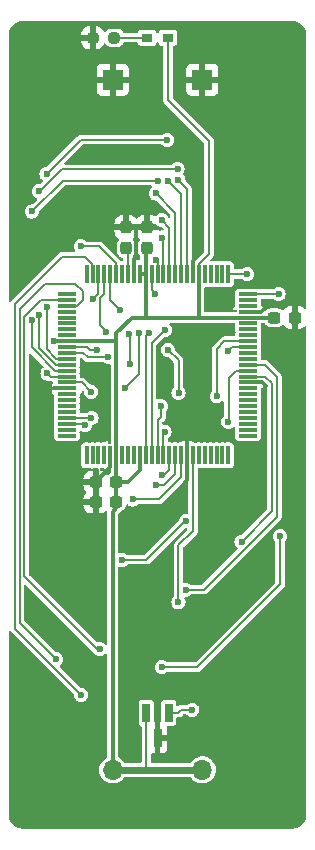
<source format=gbr>
%TF.GenerationSoftware,KiCad,Pcbnew,8.0.4+dfsg-1*%
%TF.CreationDate,2025-03-02T17:55:38+09:00*%
%TF.ProjectId,bionic-mc68hc08az0,62696f6e-6963-42d6-9d63-363868633038,1*%
%TF.SameCoordinates,Original*%
%TF.FileFunction,Copper,L1,Top*%
%TF.FilePolarity,Positive*%
%FSLAX46Y46*%
G04 Gerber Fmt 4.6, Leading zero omitted, Abs format (unit mm)*
G04 Created by KiCad (PCBNEW 8.0.4+dfsg-1) date 2025-03-02 17:55:38*
%MOMM*%
%LPD*%
G01*
G04 APERTURE LIST*
G04 Aperture macros list*
%AMRoundRect*
0 Rectangle with rounded corners*
0 $1 Rounding radius*
0 $2 $3 $4 $5 $6 $7 $8 $9 X,Y pos of 4 corners*
0 Add a 4 corners polygon primitive as box body*
4,1,4,$2,$3,$4,$5,$6,$7,$8,$9,$2,$3,0*
0 Add four circle primitives for the rounded corners*
1,1,$1+$1,$2,$3*
1,1,$1+$1,$4,$5*
1,1,$1+$1,$6,$7*
1,1,$1+$1,$8,$9*
0 Add four rect primitives between the rounded corners*
20,1,$1+$1,$2,$3,$4,$5,0*
20,1,$1+$1,$4,$5,$6,$7,0*
20,1,$1+$1,$6,$7,$8,$9,0*
20,1,$1+$1,$8,$9,$2,$3,0*%
G04 Aperture macros list end*
%TA.AperFunction,SMDPad,CuDef*%
%ADD10RoundRect,0.237500X0.237500X-0.300000X0.237500X0.300000X-0.237500X0.300000X-0.237500X-0.300000X0*%
%TD*%
%TA.AperFunction,SMDPad,CuDef*%
%ADD11RoundRect,0.237500X0.300000X0.237500X-0.300000X0.237500X-0.300000X-0.237500X0.300000X-0.237500X0*%
%TD*%
%TA.AperFunction,SMDPad,CuDef*%
%ADD12RoundRect,0.237500X0.250000X0.237500X-0.250000X0.237500X-0.250000X-0.237500X0.250000X-0.237500X0*%
%TD*%
%TA.AperFunction,SMDPad,CuDef*%
%ADD13R,0.660400X1.625600*%
%TD*%
%TA.AperFunction,SMDPad,CuDef*%
%ADD14R,0.965200X0.762000*%
%TD*%
%TA.AperFunction,SMDPad,CuDef*%
%ADD15RoundRect,0.075000X-0.725000X-0.075000X0.725000X-0.075000X0.725000X0.075000X-0.725000X0.075000X0*%
%TD*%
%TA.AperFunction,SMDPad,CuDef*%
%ADD16RoundRect,0.075000X-0.075000X-0.725000X0.075000X-0.725000X0.075000X0.725000X-0.075000X0.725000X0*%
%TD*%
%TA.AperFunction,SMDPad,CuDef*%
%ADD17RoundRect,0.237500X-0.300000X-0.237500X0.300000X-0.237500X0.300000X0.237500X-0.300000X0.237500X0*%
%TD*%
%TA.AperFunction,ComponentPad*%
%ADD18O,1.700000X1.700000*%
%TD*%
%TA.AperFunction,ComponentPad*%
%ADD19R,1.700000X1.700000*%
%TD*%
%TA.AperFunction,ViaPad*%
%ADD20C,0.600000*%
%TD*%
%TA.AperFunction,Conductor*%
%ADD21C,0.200000*%
%TD*%
%TA.AperFunction,Conductor*%
%ADD22C,0.300000*%
%TD*%
%TA.AperFunction,Conductor*%
%ADD23C,0.600000*%
%TD*%
G04 APERTURE END LIST*
D10*
%TO.P,C6,1*%
%TO.N,Net-(U1-CGMXFC)*%
X86233000Y-95502900D03*
%TO.P,C6,2*%
%TO.N,GND*%
X86233000Y-93777900D03*
%TD*%
D11*
%TO.P,C1,1*%
%TO.N,VCC*%
X85394800Y-115341400D03*
%TO.P,C1,2*%
%TO.N,GND*%
X83669800Y-115341400D03*
%TD*%
D12*
%TO.P,R1,1*%
%TO.N,Net-(D1-K)*%
X85240500Y-77724000D03*
%TO.P,R1,2*%
%TO.N,GND*%
X83415500Y-77724000D03*
%TD*%
D10*
%TO.P,C5,1*%
%TO.N,VCC*%
X88011000Y-95502900D03*
%TO.P,C5,2*%
%TO.N,GND*%
X88011000Y-93777900D03*
%TD*%
D13*
%TO.P,U2,1,SCIO*%
%TO.N,Net-(J2-P56)*%
X89850001Y-134874000D03*
%TO.P,U2,2,VCC*%
%TO.N,VCC*%
X87949999Y-134874000D03*
%TO.P,U2,3,VSS*%
%TO.N,GND*%
X88900000Y-137006000D03*
%TD*%
D11*
%TO.P,C2,1*%
%TO.N,VCC*%
X85394800Y-117017800D03*
%TO.P,C2,2*%
%TO.N,GND*%
X83669800Y-117017800D03*
%TD*%
D14*
%TO.P,D1,1,K*%
%TO.N,Net-(D1-K)*%
X88023700Y-77724000D03*
%TO.P,D1,2,A*%
%TO.N,VCC*%
X89776300Y-77724000D03*
%TD*%
D15*
%TO.P,U1,1,PTC4*%
%TO.N,unconnected-(U1-PTC4-Pad1)*%
X81225000Y-99410000D03*
%TO.P,U1,2,~{IRQ}*%
%TO.N,/P50*%
X81225000Y-99910000D03*
%TO.P,U1,3,~{RST}*%
%TO.N,/P53*%
X81225000Y-100410000D03*
%TO.P,U1,4,PTF0/TACH2*%
%TO.N,unconnected-(U1-PTF0{slash}TACH2-Pad4)*%
X81225000Y-100910000D03*
%TO.P,U1,5,PTF1/TACH3*%
%TO.N,unconnected-(U1-PTF1{slash}TACH3-Pad5)*%
X81225000Y-101410000D03*
%TO.P,U1,6,PTF2*%
%TO.N,unconnected-(U1-PTF2-Pad6)*%
X81225000Y-101910000D03*
%TO.P,U1,7,PTF3*%
%TO.N,unconnected-(U1-PTF3-Pad7)*%
X81225000Y-102410000D03*
%TO.P,U1,8,PTF4/TBCH0*%
%TO.N,unconnected-(U1-PTF4{slash}TBCH0-Pad8)*%
X81225000Y-102910000D03*
%TO.P,U1,9,EVDD1*%
%TO.N,VCC*%
X81225000Y-103410000D03*
%TO.P,U1,10,EDB7*%
%TO.N,/P17*%
X81225000Y-103910000D03*
%TO.P,U1,11,EAB0*%
%TO.N,/P20*%
X81225000Y-104410000D03*
%TO.P,U1,12,EAB1*%
%TO.N,/P21*%
X81225000Y-104910000D03*
%TO.P,U1,13,EAB2*%
%TO.N,/P22*%
X81225000Y-105410000D03*
%TO.P,U1,14,EAB3*%
%TO.N,/P23*%
X81225000Y-105910000D03*
%TO.P,U1,15,EAB4*%
%TO.N,/P24*%
X81225000Y-106410000D03*
%TO.P,U1,16,EAB5*%
%TO.N,/P25*%
X81225000Y-106910000D03*
%TO.P,U1,17,EVSS1*%
%TO.N,GND*%
X81225000Y-107410000D03*
%TO.P,U1,18,CANRx*%
%TO.N,unconnected-(U1-CANRx-Pad18)*%
X81225000Y-107910000D03*
%TO.P,U1,19,CANTx*%
%TO.N,unconnected-(U1-CANTx-Pad19)*%
X81225000Y-108410000D03*
%TO.P,U1,20,PTF5/TBCH1*%
%TO.N,unconnected-(U1-PTF5{slash}TBCH1-Pad20)*%
X81225000Y-108910000D03*
%TO.P,U1,21,PTF6*%
%TO.N,unconnected-(U1-PTF6-Pad21)*%
X81225000Y-109410000D03*
%TO.P,U1,22,PTE0/TxD*%
%TO.N,/P44*%
X81225000Y-109910000D03*
%TO.P,U1,23,PTE1/RxD*%
%TO.N,/P45*%
X81225000Y-110410000D03*
%TO.P,U1,24,PTE2/TCAH0*%
%TO.N,unconnected-(U1-PTE2{slash}TCAH0-Pad24)*%
X81225000Y-110910000D03*
%TO.P,U1,25,PTE3/TCAH1*%
%TO.N,unconnected-(U1-PTE3{slash}TCAH1-Pad25)*%
X81225000Y-111410000D03*
D16*
%TO.P,U1,26,PTE4/~{SS}*%
%TO.N,unconnected-(U1-PTE4{slash}~{SS}-Pad26)*%
X82900000Y-113085000D03*
%TO.P,U1,27,PTE5/MISO*%
%TO.N,unconnected-(U1-PTE5{slash}MISO-Pad27)*%
X83400000Y-113085000D03*
%TO.P,U1,28,PTE6/MOSI*%
%TO.N,unconnected-(U1-PTE6{slash}MOSI-Pad28)*%
X83900000Y-113085000D03*
%TO.P,U1,29,PTE7/SPSCK*%
%TO.N,unconnected-(U1-PTE7{slash}SPSCK-Pad29)*%
X84400000Y-113085000D03*
%TO.P,U1,30,VSS*%
%TO.N,GND*%
X84900000Y-113085000D03*
%TO.P,U1,31,VDD*%
%TO.N,VCC*%
X85400000Y-113085000D03*
%TO.P,U1,32,PTG0/KBD0*%
%TO.N,unconnected-(U1-PTG0{slash}KBD0-Pad32)*%
X85900000Y-113085000D03*
%TO.P,U1,33,PTG1/KBD1*%
%TO.N,unconnected-(U1-PTG1{slash}KBD1-Pad33)*%
X86400000Y-113085000D03*
%TO.P,U1,34,PTG2/KBD2*%
%TO.N,unconnected-(U1-PTG2{slash}KBD2-Pad34)*%
X86900000Y-113085000D03*
%TO.P,U1,35,EVDD2*%
%TO.N,VCC*%
X87400000Y-113085000D03*
%TO.P,U1,36,EAB6*%
%TO.N,/P26*%
X87900000Y-113085000D03*
%TO.P,U1,37,EAB7*%
%TO.N,/P27*%
X88400000Y-113085000D03*
%TO.P,U1,38,EAB8*%
%TO.N,/P30*%
X88900000Y-113085000D03*
%TO.P,U1,39,EAB9*%
%TO.N,/P31*%
X89400000Y-113085000D03*
%TO.P,U1,40,EAB10*%
%TO.N,/P32*%
X89900000Y-113085000D03*
%TO.P,U1,41,EAB11*%
%TO.N,/P33*%
X90400000Y-113085000D03*
%TO.P,U1,42,EAB12*%
%TO.N,/P34*%
X90900000Y-113085000D03*
%TO.P,U1,43,EVSS2*%
%TO.N,GND*%
X91400000Y-113085000D03*
%TO.P,U1,44,PTA0*%
%TO.N,/P54*%
X91900000Y-113085000D03*
%TO.P,U1,45,PTA1*%
%TO.N,unconnected-(U1-PTA1-Pad45)*%
X92400000Y-113085000D03*
%TO.P,U1,46,PTA2*%
%TO.N,unconnected-(U1-PTA2-Pad46)*%
X92900000Y-113085000D03*
%TO.P,U1,47,PTA3*%
%TO.N,unconnected-(U1-PTA3-Pad47)*%
X93400000Y-113085000D03*
%TO.P,U1,48,PTA4*%
%TO.N,unconnected-(U1-PTA4-Pad48)*%
X93900000Y-113085000D03*
%TO.P,U1,49,PTA5*%
%TO.N,unconnected-(U1-PTA5-Pad49)*%
X94400000Y-113085000D03*
%TO.P,U1,50,PTA6*%
%TO.N,unconnected-(U1-PTA6-Pad50)*%
X94900000Y-113085000D03*
D15*
%TO.P,U1,51,PTA7*%
%TO.N,unconnected-(U1-PTA7-Pad51)*%
X96575000Y-111410000D03*
%TO.P,U1,52,PTB0/ATD0*%
%TO.N,unconnected-(U1-PTB0{slash}ATD0-Pad52)*%
X96575000Y-110910000D03*
%TO.P,U1,53,PTB1/ATD1*%
%TO.N,unconnected-(U1-PTB1{slash}ATD1-Pad53)*%
X96575000Y-110410000D03*
%TO.P,U1,54,PTB2/ATD2*%
%TO.N,unconnected-(U1-PTB2{slash}ATD2-Pad54)*%
X96575000Y-109910000D03*
%TO.P,U1,55,PTB3/ATD3*%
%TO.N,unconnected-(U1-PTB3{slash}ATD3-Pad55)*%
X96575000Y-109410000D03*
%TO.P,U1,56,PTB4/ATD4*%
%TO.N,unconnected-(U1-PTB4{slash}ATD4-Pad56)*%
X96575000Y-108910000D03*
%TO.P,U1,57,PTB5/ATD5*%
%TO.N,unconnected-(U1-PTB5{slash}ATD5-Pad57)*%
X96575000Y-108410000D03*
%TO.P,U1,58,PTB6/ATD6*%
%TO.N,unconnected-(U1-PTB6{slash}ATD6-Pad58)*%
X96575000Y-107910000D03*
%TO.P,U1,59,PTB7/ATD7*%
%TO.N,unconnected-(U1-PTB7{slash}ATD7-Pad59)*%
X96575000Y-107410000D03*
%TO.P,U1,60,EVSS3*%
%TO.N,GND*%
X96575000Y-106910000D03*
%TO.P,U1,61,EAB13*%
%TO.N,/P35*%
X96575000Y-106410000D03*
%TO.P,U1,62,EAB14*%
%TO.N,/P36*%
X96575000Y-105910000D03*
%TO.P,U1,63,EAB15*%
%TO.N,/P37*%
X96575000Y-105410000D03*
%TO.P,U1,64,CS0*%
%TO.N,unconnected-(U1-CS0-Pad64)*%
X96575000Y-104910000D03*
%TO.P,U1,65,CS1*%
%TO.N,unconnected-(U1-CS1-Pad65)*%
X96575000Y-104410000D03*
%TO.P,U1,66,REB*%
%TO.N,/P40*%
X96575000Y-103910000D03*
%TO.P,U1,67,WEB*%
%TO.N,/P41*%
X96575000Y-103410000D03*
%TO.P,U1,68,WSCLK*%
%TO.N,unconnected-(U1-WSCLK-Pad68)*%
X96575000Y-102910000D03*
%TO.P,U1,69,PTD0*%
%TO.N,unconnected-(U1-PTD0-Pad69)*%
X96575000Y-102410000D03*
%TO.P,U1,70,PTD1*%
%TO.N,unconnected-(U1-PTD1-Pad70)*%
X96575000Y-101910000D03*
%TO.P,U1,71,VDDAREF*%
%TO.N,VCC*%
X96575000Y-101410000D03*
%TO.P,U1,72,AVSS/VREFL*%
%TO.N,GND*%
X96575000Y-100910000D03*
%TO.P,U1,73,PTD2*%
%TO.N,unconnected-(U1-PTD2-Pad73)*%
X96575000Y-100410000D03*
%TO.P,U1,74,PTD3*%
%TO.N,unconnected-(U1-PTD3-Pad74)*%
X96575000Y-99910000D03*
%TO.P,U1,75,PTH0/KBD3*%
%TO.N,/P51*%
X96575000Y-99410000D03*
D16*
%TO.P,U1,76,PTH1/KBD4*%
%TO.N,/P52*%
X94900000Y-97735000D03*
%TO.P,U1,77,PTH4/TBCLK*%
%TO.N,unconnected-(U1-PTH4{slash}TBCLK-Pad77)*%
X94400000Y-97735000D03*
%TO.P,U1,78,PTH5*%
%TO.N,unconnected-(U1-PTH5-Pad78)*%
X93900000Y-97735000D03*
%TO.P,U1,79,PTH6/TACLK*%
%TO.N,unconnected-(U1-PTH6{slash}TACLK-Pad79)*%
X93400000Y-97735000D03*
%TO.P,U1,80,PTH7*%
%TO.N,unconnected-(U1-PTH7-Pad80)*%
X92900000Y-97735000D03*
%TO.P,U1,81,VREFH*%
%TO.N,VCC*%
X92400000Y-97735000D03*
%TO.P,U1,82,EVSS4*%
%TO.N,GND*%
X91900000Y-97735000D03*
%TO.P,U1,83,EDB0*%
%TO.N,/P10*%
X91400000Y-97735000D03*
%TO.P,U1,84,EDB1*%
%TO.N,/P11*%
X90900000Y-97735000D03*
%TO.P,U1,85,EDB2*%
%TO.N,/P12*%
X90400000Y-97735000D03*
%TO.P,U1,86,EDB3*%
%TO.N,/P13*%
X89900000Y-97735000D03*
%TO.P,U1,87,EDB4*%
%TO.N,/P14*%
X89400000Y-97735000D03*
%TO.P,U1,88,EDB5*%
%TO.N,/P15*%
X88900000Y-97735000D03*
%TO.P,U1,89,EDB6*%
%TO.N,/P16*%
X88400000Y-97735000D03*
%TO.P,U1,90,EVDD3*%
%TO.N,VCC*%
X87900000Y-97735000D03*
%TO.P,U1,91,VDDA*%
X87400000Y-97735000D03*
%TO.P,U1,92,VSSA*%
%TO.N,GND*%
X86900000Y-97735000D03*
%TO.P,U1,93,CGMXFC*%
%TO.N,Net-(U1-CGMXFC)*%
X86400000Y-97735000D03*
%TO.P,U1,94,OSC2*%
%TO.N,unconnected-(U1-OSC2-Pad94)*%
X85900000Y-97735000D03*
%TO.P,U1,95,OSC1*%
%TO.N,/P47*%
X85400000Y-97735000D03*
%TO.P,U1,96,PTC0*%
%TO.N,/P42*%
X84900000Y-97735000D03*
%TO.P,U1,97,PTC1*%
%TO.N,/P43*%
X84400000Y-97735000D03*
%TO.P,U1,98,PTC2/MCLK*%
%TO.N,/P46*%
X83900000Y-97735000D03*
%TO.P,U1,99,PTC3*%
%TO.N,/P55*%
X83400000Y-97735000D03*
%TO.P,U1,100,PTC5*%
%TO.N,unconnected-(U1-PTC5-Pad100)*%
X82900000Y-97735000D03*
%TD*%
D17*
%TO.P,C4,1*%
%TO.N,VCC*%
X98782800Y-101422200D03*
%TO.P,C4,2*%
%TO.N,GND*%
X100507800Y-101422200D03*
%TD*%
D18*
%TO.P,J2,25,VCC*%
%TO.N,VCC*%
X92689200Y-139700000D03*
D19*
%TO.P,J2,48,GND*%
%TO.N,GND*%
X92689200Y-81280000D03*
%TD*%
%TO.P,J1,1,GND*%
%TO.N,GND*%
X85110800Y-81280000D03*
D18*
%TO.P,J1,24,VCC*%
%TO.N,VCC*%
X85110800Y-139700000D03*
%TD*%
D20*
%TO.N,VCC*%
X80106728Y-103406420D03*
%TO.N,/P31*%
X89500000Y-111074200D03*
%TO.N,GND*%
X79044800Y-107467400D03*
X97002600Y-128320800D03*
X94005400Y-91414600D03*
X97028000Y-123037600D03*
X94056200Y-116078000D03*
X91490800Y-103378000D03*
X77139800Y-97129600D03*
X78562200Y-126288800D03*
X82753200Y-125222000D03*
X82804000Y-93472000D03*
X88900000Y-138633200D03*
X82727800Y-87884000D03*
X96520000Y-116865400D03*
X88188800Y-118160800D03*
X88950800Y-127076200D03*
X83007200Y-135102600D03*
X99060000Y-139674600D03*
X84175600Y-108737400D03*
X78714600Y-139649200D03*
%TO.N,/P53*%
X80314800Y-130352800D03*
%TO.N,/P36*%
X85902800Y-121920000D03*
X94894400Y-110236000D03*
X91300000Y-118654400D03*
%TO.N,/P15*%
X88800000Y-96518361D03*
%TO.N,/P11*%
X89749189Y-89815059D03*
%TO.N,/P17*%
X83769200Y-104175000D03*
%TO.N,/P35*%
X96012000Y-120396000D03*
%TO.N,/P34*%
X86817200Y-116814600D03*
%TO.N,/P37*%
X91271800Y-124460000D03*
%TO.N,/P51*%
X99152000Y-99415600D03*
X99288600Y-119938800D03*
X89255600Y-131013200D03*
%TO.N,/P50*%
X84023200Y-129489200D03*
%TO.N,/P12*%
X88747600Y-90906600D03*
%TO.N,/P33*%
X88773000Y-115595400D03*
%TO.N,/P16*%
X88722200Y-99415600D03*
%TO.N,/P30*%
X89179400Y-108889800D03*
%TO.N,/P10*%
X90675983Y-89791017D03*
%TO.N,/P13*%
X89250435Y-93146965D03*
%TO.N,/P52*%
X96485000Y-97735000D03*
%TO.N,/P47*%
X82397600Y-95377000D03*
%TO.N,/P14*%
X89300000Y-94640400D03*
%TO.N,/P32*%
X89255600Y-114757200D03*
%TO.N,/P45*%
X82766171Y-110510000D03*
%TO.N,/P22*%
X78905819Y-101194156D03*
X90594265Y-88856735D03*
X78867000Y-90728800D03*
%TO.N,/P23*%
X78267000Y-92430600D03*
X88900000Y-89814400D03*
X78232000Y-101625400D03*
%TO.N,Net-(J2-P56)*%
X91846400Y-134620000D03*
%TO.N,/P27*%
X89509600Y-102463600D03*
%TO.N,/P55*%
X82423000Y-133350000D03*
%TO.N,/P54*%
X90671800Y-125526800D03*
%TO.N,/P26*%
X88138000Y-102717600D03*
%TO.N,/P44*%
X83311268Y-109924446D03*
%TO.N,/P40*%
X94886000Y-104258600D03*
%TO.N,/P25*%
X87300000Y-102707071D03*
X83286600Y-107696000D03*
X86182200Y-107340400D03*
%TO.N,/P41*%
X93926300Y-108079900D03*
%TO.N,/P42*%
X86563200Y-105375000D03*
X85699600Y-100736400D03*
X86487000Y-102819200D03*
%TO.N,/P21*%
X79502000Y-89255600D03*
X89712800Y-86385400D03*
X79504449Y-100510000D03*
%TO.N,/P43*%
X84505800Y-102600002D03*
X89789000Y-104140000D03*
X90678000Y-107772200D03*
%TO.N,/P46*%
X83448600Y-99805857D03*
%TO.N,/P24*%
X79582191Y-106141593D03*
%TO.N,/P20*%
X84750000Y-104775000D03*
%TD*%
D21*
%TO.N,/P55*%
X82423000Y-133350000D02*
X76816000Y-127743000D01*
X76816000Y-127743000D02*
X76816000Y-100266371D01*
X76816000Y-100266371D02*
X80816371Y-96266000D01*
X80816371Y-96266000D02*
X82763410Y-96266000D01*
X82763410Y-96266000D02*
X83350000Y-96852590D01*
X83350000Y-96852590D02*
X83350000Y-97785000D01*
X83350000Y-97785000D02*
X83400000Y-97735000D01*
%TO.N,/P22*%
X80264814Y-105410000D02*
X81225000Y-105410000D01*
X78905819Y-101194156D02*
X78867000Y-101232975D01*
X78867000Y-104012186D02*
X80264814Y-105410000D01*
X78867000Y-101232975D02*
X78867000Y-104012186D01*
%TO.N,Net-(D1-K)*%
X88023700Y-77724000D02*
X85240500Y-77724000D01*
%TO.N,VCC*%
X89776300Y-77724000D02*
X89789000Y-77736700D01*
D22*
X85400000Y-102763200D02*
X86753200Y-101410000D01*
X85375500Y-103410000D02*
X85400000Y-103385500D01*
X85394800Y-115341400D02*
X86410800Y-115341400D01*
X87884000Y-101410000D02*
X92405200Y-101410000D01*
D21*
X85395200Y-115341000D02*
X85394800Y-115341400D01*
D22*
X81225000Y-103410000D02*
X80110308Y-103410000D01*
X87400000Y-114352200D02*
X87400000Y-113085000D01*
D21*
X92400000Y-96902590D02*
X92400000Y-97735000D01*
D22*
X92400000Y-97735000D02*
X92400000Y-101404800D01*
X98744100Y-101410000D02*
X98755200Y-101421100D01*
X87400000Y-97735000D02*
X87900000Y-97735000D01*
X87900000Y-97735000D02*
X87900000Y-95613900D01*
D23*
X87884000Y-139700000D02*
X85090000Y-139700000D01*
D21*
X87949999Y-139634001D02*
X87884000Y-139700000D01*
D22*
X96575000Y-101410000D02*
X98744100Y-101410000D01*
X92400100Y-97735000D02*
X92400000Y-97735000D01*
D21*
X98755200Y-101421000D02*
X98781600Y-101421000D01*
D22*
X86753200Y-101410000D02*
X87375500Y-101410000D01*
X85400000Y-113085000D02*
X85400000Y-117571400D01*
X80110308Y-103410000D02*
X80106728Y-103406420D01*
D21*
X93268800Y-96033790D02*
X92400000Y-96902590D01*
D22*
X85400000Y-117571400D02*
X85090000Y-117881400D01*
X85090000Y-117881400D02*
X85090000Y-139700000D01*
X81225000Y-103410000D02*
X85375500Y-103410000D01*
X87900000Y-97735000D02*
X87900000Y-101394000D01*
X86410800Y-115341400D02*
X87400000Y-114352200D01*
X85400000Y-103385500D02*
X85400000Y-102763200D01*
X92400000Y-101404800D02*
X92405200Y-101410000D01*
D21*
X98781600Y-101421000D02*
X98782800Y-101422200D01*
D22*
X87900000Y-101394000D02*
X87884000Y-101410000D01*
D21*
X85400000Y-117086400D02*
X85394800Y-117081200D01*
D23*
X92710000Y-139700000D02*
X87884000Y-139700000D01*
D21*
X89789000Y-77736700D02*
X89789000Y-83009000D01*
D22*
X87900000Y-95613900D02*
X88011000Y-95502900D01*
X85400000Y-113085000D02*
X85400000Y-103385500D01*
D21*
X87949999Y-134874000D02*
X87949999Y-139634001D01*
X89789000Y-83009000D02*
X93268800Y-86488800D01*
X93268800Y-86488800D02*
X93268800Y-96033790D01*
D22*
X92405200Y-101410000D02*
X96575000Y-101410000D01*
D21*
X85394800Y-117081200D02*
X85394800Y-117017800D01*
D22*
X87375500Y-101410000D02*
X87884000Y-101410000D01*
D21*
%TO.N,/P31*%
X89400000Y-111174200D02*
X89400000Y-113085000D01*
X89500000Y-111074200D02*
X89400000Y-111174200D01*
D22*
%TO.N,GND*%
X87096600Y-96291400D02*
X87096600Y-93776800D01*
X91900000Y-96618800D02*
X92202000Y-96316800D01*
X91900000Y-97735000D02*
X91900000Y-96618800D01*
X84900000Y-114083600D02*
X83669800Y-115313800D01*
X91400000Y-115178200D02*
X91211400Y-115366800D01*
X84900000Y-113085000D02*
X84900000Y-114083600D01*
X83669800Y-115313800D02*
X83669800Y-115341400D01*
X86900000Y-96488000D02*
X87096600Y-96291400D01*
X97667200Y-100910000D02*
X98044000Y-100533200D01*
X80118200Y-107410000D02*
X80111600Y-107416600D01*
X96575000Y-106910000D02*
X97766000Y-106910000D01*
X86900000Y-97735000D02*
X86900000Y-96488000D01*
X91400000Y-111749200D02*
X91465400Y-111683800D01*
X91400000Y-113085000D02*
X91400000Y-111749200D01*
X81225000Y-107410000D02*
X80118200Y-107410000D01*
X91400000Y-113085000D02*
X91400000Y-115178200D01*
X96575000Y-100910000D02*
X97667200Y-100910000D01*
X97766000Y-106910000D02*
X98044000Y-107188000D01*
D21*
%TO.N,/P53*%
X77216000Y-127254000D02*
X77216000Y-100711000D01*
X81940400Y-98552000D02*
X82550000Y-99161600D01*
X82550000Y-99161600D02*
X82550000Y-99935700D01*
X80314800Y-130352800D02*
X77216000Y-127254000D01*
X77216000Y-100711000D02*
X79375000Y-98552000D01*
X82075700Y-100410000D02*
X81225000Y-100410000D01*
X79375000Y-98552000D02*
X81940400Y-98552000D01*
X82550000Y-99935700D02*
X82075700Y-100410000D01*
%TO.N,/P36*%
X94919800Y-106502200D02*
X95512000Y-105910000D01*
X95512000Y-105910000D02*
X96575000Y-105910000D01*
X87960200Y-121920000D02*
X91225800Y-118654400D01*
X85902800Y-121920000D02*
X87960200Y-121920000D01*
X91225800Y-118654400D02*
X91300000Y-118654400D01*
X94894400Y-110236000D02*
X94919800Y-110210600D01*
X94919800Y-110210600D02*
X94919800Y-106502200D01*
%TO.N,/P15*%
X88800000Y-96518361D02*
X88900000Y-96618361D01*
X88900000Y-96618361D02*
X88900000Y-97735000D01*
%TO.N,/P11*%
X89749189Y-89815059D02*
X90900000Y-90965870D01*
X90900000Y-90965870D02*
X90900000Y-97735000D01*
%TO.N,/P17*%
X83169200Y-104175000D02*
X82904200Y-103910000D01*
X83769200Y-104175000D02*
X83169200Y-104175000D01*
X82904200Y-103910000D02*
X81225000Y-103910000D01*
%TO.N,/P35*%
X98609200Y-117798800D02*
X98609200Y-106991200D01*
X96012000Y-120396000D02*
X98609200Y-117798800D01*
X98028000Y-106410000D02*
X96575000Y-106410000D01*
X98609200Y-106991200D02*
X98028000Y-106410000D01*
%TO.N,/P34*%
X86817200Y-116814600D02*
X89001600Y-116814600D01*
X89001600Y-116814600D02*
X90900000Y-114916200D01*
X90900000Y-114916200D02*
X90900000Y-113085000D01*
%TO.N,Net-(U1-CGMXFC)*%
X86400000Y-97735000D02*
X86400000Y-95669900D01*
X86233000Y-95502900D02*
X86334600Y-95502900D01*
X86400000Y-95669900D02*
X86233000Y-95502900D01*
%TO.N,/P37*%
X97993200Y-105410000D02*
X96575000Y-105410000D01*
X99009200Y-106426000D02*
X97993200Y-105410000D01*
X92812314Y-124460000D02*
X99009200Y-118263114D01*
X99009200Y-118263114D02*
X99009200Y-106426000D01*
X91271800Y-124460000D02*
X92812314Y-124460000D01*
%TO.N,/P51*%
X99146400Y-99410000D02*
X96575000Y-99410000D01*
X89255600Y-131013200D02*
X92278200Y-131013200D01*
X99152000Y-99415600D02*
X99146400Y-99410000D01*
X99288600Y-124002800D02*
X99288600Y-119938800D01*
X92278200Y-131013200D02*
X99288600Y-124002800D01*
%TO.N,/P50*%
X84023200Y-129489200D02*
X83769200Y-129489200D01*
X79033000Y-99910000D02*
X81225000Y-99910000D01*
X77616000Y-123336000D02*
X77616000Y-101327000D01*
X83769200Y-129489200D02*
X77616000Y-123336000D01*
X77616000Y-101327000D02*
X79033000Y-99910000D01*
%TO.N,/P12*%
X88747600Y-90906600D02*
X90400000Y-92559000D01*
X90400000Y-92559000D02*
X90400000Y-97735000D01*
%TO.N,/P33*%
X89441429Y-115595400D02*
X90400000Y-114636829D01*
X90400000Y-114636829D02*
X90400000Y-113085000D01*
X88773000Y-115595400D02*
X89441429Y-115595400D01*
%TO.N,/P16*%
X88722200Y-99415600D02*
X88400000Y-99093400D01*
X88400000Y-99093400D02*
X88400000Y-97735000D01*
%TO.N,/P30*%
X89179400Y-109829600D02*
X88900000Y-110109000D01*
X88900000Y-110109000D02*
X88900000Y-113085000D01*
X89179400Y-108889800D02*
X89179400Y-109829600D01*
%TO.N,/P10*%
X91400000Y-90515034D02*
X91400000Y-97735000D01*
X90675983Y-89791017D02*
X91400000Y-90515034D01*
%TO.N,/P13*%
X89900000Y-93796530D02*
X89900000Y-97735000D01*
X89250435Y-93146965D02*
X89900000Y-93796530D01*
%TO.N,/P52*%
X96485000Y-97735000D02*
X94900000Y-97735000D01*
%TO.N,/P47*%
X83951400Y-95377000D02*
X85400000Y-96825600D01*
X82397600Y-95377000D02*
X83951400Y-95377000D01*
X85400000Y-96825600D02*
X85400000Y-97735000D01*
%TO.N,/P14*%
X89400000Y-94740400D02*
X89400000Y-97735000D01*
X89300000Y-94640400D02*
X89400000Y-94740400D01*
%TO.N,/P32*%
X89900000Y-114341400D02*
X89900000Y-113085000D01*
X89255600Y-114757200D02*
X89484200Y-114757200D01*
X89484200Y-114757200D02*
X89900000Y-114341400D01*
%TO.N,/P45*%
X82666171Y-110410000D02*
X81225000Y-110410000D01*
X82766171Y-110510000D02*
X82666171Y-110410000D01*
%TO.N,/P22*%
X90576400Y-88874600D02*
X80772000Y-88874600D01*
X78917800Y-90728800D02*
X78867000Y-90728800D01*
X80772000Y-88874600D02*
X78917800Y-90728800D01*
X90594265Y-88856735D02*
X90576400Y-88874600D01*
%TO.N,/P23*%
X78267000Y-92430600D02*
X78282800Y-92430600D01*
X80899000Y-89814400D02*
X88900000Y-89814400D01*
X78232000Y-101625400D02*
X78232000Y-103942872D01*
X80199128Y-105910000D02*
X81225000Y-105910000D01*
X78282800Y-92430600D02*
X80899000Y-89814400D01*
X78232000Y-103942872D02*
X80199128Y-105910000D01*
%TO.N,Net-(J2-P56)*%
X90906600Y-134620000D02*
X90652600Y-134874000D01*
X90652600Y-134874000D02*
X89850000Y-134874000D01*
X91846400Y-134620000D02*
X90906600Y-134620000D01*
%TO.N,/P27*%
X89509600Y-102463600D02*
X88400000Y-103573200D01*
X88400000Y-103573200D02*
X88400000Y-113085000D01*
%TO.N,/P54*%
X90671800Y-120707000D02*
X91900000Y-119478800D01*
X90671800Y-125526800D02*
X90671800Y-120707000D01*
X91900000Y-119478800D02*
X91900000Y-113085000D01*
%TO.N,/P26*%
X87900000Y-102955600D02*
X87900000Y-113085000D01*
X88138000Y-102717600D02*
X87900000Y-102955600D01*
%TO.N,/P44*%
X83311268Y-109924446D02*
X83296822Y-109910000D01*
X83296822Y-109910000D02*
X81225000Y-109910000D01*
%TO.N,/P40*%
X95234600Y-103910000D02*
X96575000Y-103910000D01*
X94886000Y-104258600D02*
X95234600Y-103910000D01*
%TO.N,/P25*%
X87299800Y-106222800D02*
X87299800Y-102707271D01*
X87299800Y-102707271D02*
X87300000Y-102707071D01*
X82500600Y-106910000D02*
X81225000Y-106910000D01*
X83286600Y-107696000D02*
X82500600Y-106910000D01*
X86182200Y-107340400D02*
X87299800Y-106222800D01*
%TO.N,/P41*%
X94571100Y-103410000D02*
X96575000Y-103410000D01*
X93903800Y-104077300D02*
X94571100Y-103410000D01*
X93903800Y-108057400D02*
X93903800Y-104077300D01*
X93926300Y-108079900D02*
X93903800Y-108057400D01*
%TO.N,/P42*%
X85699600Y-100736400D02*
X84900000Y-99936800D01*
X84900000Y-99936800D02*
X84900000Y-97735000D01*
X86563200Y-105375000D02*
X86563200Y-102895400D01*
X86563200Y-102895400D02*
X86487000Y-102819200D01*
%TO.N,/P21*%
X80330500Y-104910000D02*
X81225000Y-104910000D01*
X79502000Y-89255600D02*
X82397600Y-86360000D01*
X79506728Y-100512279D02*
X79506728Y-104086228D01*
X82397600Y-86360000D02*
X89687400Y-86360000D01*
X79506728Y-104086228D02*
X80330500Y-104910000D01*
X89687400Y-86360000D02*
X89712800Y-86385400D01*
X79504449Y-100510000D02*
X79506728Y-100512279D01*
%TO.N,/P43*%
X90678000Y-105029000D02*
X89789000Y-104140000D01*
X84048600Y-99796600D02*
X84400000Y-99445200D01*
X84505800Y-102539800D02*
X84048600Y-102082600D01*
X84400000Y-99445200D02*
X84400000Y-97735000D01*
X90678000Y-107772200D02*
X90678000Y-105029000D01*
X84048600Y-102082600D02*
X84048600Y-99796600D01*
X84505800Y-102600002D02*
X84505800Y-102539800D01*
%TO.N,/P46*%
X83900000Y-99379514D02*
X83900000Y-97735000D01*
X83473657Y-99805857D02*
X83900000Y-99379514D01*
X83448600Y-99805857D02*
X83473657Y-99805857D01*
%TO.N,/P24*%
X79582191Y-106141593D02*
X79850598Y-106410000D01*
X79850598Y-106410000D02*
X81225000Y-106410000D01*
%TO.N,/P20*%
X84750000Y-104775000D02*
X82981800Y-104775000D01*
X82616800Y-104410000D02*
X81225000Y-104410000D01*
X82981800Y-104775000D02*
X82616800Y-104410000D01*
%TD*%
%TA.AperFunction,Conductor*%
%TO.N,GND*%
G36*
X100334309Y-76300877D02*
G01*
X100524457Y-76317512D01*
X100541437Y-76320505D01*
X100721635Y-76368789D01*
X100737839Y-76374687D01*
X100906902Y-76453523D01*
X100921842Y-76462149D01*
X101074641Y-76569140D01*
X101087861Y-76580232D01*
X101219767Y-76712138D01*
X101230859Y-76725358D01*
X101337850Y-76878157D01*
X101346477Y-76893100D01*
X101416144Y-77042500D01*
X101425308Y-77062151D01*
X101431211Y-77078368D01*
X101479492Y-77258555D01*
X101482488Y-77275550D01*
X101499123Y-77465690D01*
X101499500Y-77474318D01*
X101499500Y-100594410D01*
X101480593Y-100652601D01*
X101431093Y-100688565D01*
X101369907Y-100688565D01*
X101330496Y-100664414D01*
X101268335Y-100602253D01*
X101121606Y-100511748D01*
X100957948Y-100457518D01*
X100856955Y-100447200D01*
X100757801Y-100447200D01*
X100757800Y-100447201D01*
X100757800Y-102397198D01*
X100757801Y-102397199D01*
X100856954Y-102397199D01*
X100957942Y-102386882D01*
X100957954Y-102386879D01*
X101121606Y-102332651D01*
X101268335Y-102242146D01*
X101268336Y-102242145D01*
X101330496Y-102179986D01*
X101385013Y-102152209D01*
X101445445Y-102161780D01*
X101488710Y-102205045D01*
X101499500Y-102249990D01*
X101499500Y-143505681D01*
X101499123Y-143514309D01*
X101482488Y-143704449D01*
X101479492Y-143721444D01*
X101431211Y-143901631D01*
X101425308Y-143917848D01*
X101346478Y-144086898D01*
X101337850Y-144101842D01*
X101230859Y-144254641D01*
X101219767Y-144267861D01*
X101087861Y-144399767D01*
X101074641Y-144410859D01*
X100921842Y-144517850D01*
X100906898Y-144526478D01*
X100737848Y-144605308D01*
X100721631Y-144611211D01*
X100541444Y-144659492D01*
X100524449Y-144662488D01*
X100334309Y-144679123D01*
X100325681Y-144679500D01*
X77474319Y-144679500D01*
X77465691Y-144679123D01*
X77275550Y-144662488D01*
X77258555Y-144659492D01*
X77078368Y-144611211D01*
X77062154Y-144605309D01*
X76893100Y-144526477D01*
X76878157Y-144517850D01*
X76725358Y-144410859D01*
X76712138Y-144399767D01*
X76580232Y-144267861D01*
X76569140Y-144254641D01*
X76462149Y-144101842D01*
X76453523Y-144086902D01*
X76374687Y-143917839D01*
X76368788Y-143901631D01*
X76349843Y-143830926D01*
X76320505Y-143721437D01*
X76317512Y-143704457D01*
X76300877Y-143514309D01*
X76300500Y-143505681D01*
X76300500Y-128020602D01*
X76319407Y-127962411D01*
X76368907Y-127926447D01*
X76430093Y-127926447D01*
X76479593Y-127962411D01*
X76485236Y-127971102D01*
X76495516Y-127988908D01*
X76495518Y-127988910D01*
X76495520Y-127988913D01*
X81788323Y-133281716D01*
X81816099Y-133336231D01*
X81816981Y-133347447D01*
X81837955Y-133506758D01*
X81837957Y-133506766D01*
X81898462Y-133652838D01*
X81898462Y-133652839D01*
X81994713Y-133778276D01*
X81994718Y-133778282D01*
X82120159Y-133874536D01*
X82266238Y-133935044D01*
X82383809Y-133950522D01*
X82422999Y-133955682D01*
X82423000Y-133955682D01*
X82423001Y-133955682D01*
X82454352Y-133951554D01*
X82579762Y-133935044D01*
X82725841Y-133874536D01*
X82851282Y-133778282D01*
X82947536Y-133652841D01*
X83008044Y-133506762D01*
X83028682Y-133350000D01*
X83008044Y-133193238D01*
X82947537Y-133047161D01*
X82947537Y-133047160D01*
X82851286Y-132921723D01*
X82851285Y-132921722D01*
X82851282Y-132921718D01*
X82851277Y-132921714D01*
X82851276Y-132921713D01*
X82725838Y-132825462D01*
X82579766Y-132764957D01*
X82579758Y-132764955D01*
X82416567Y-132743471D01*
X82416794Y-132741743D01*
X82366528Y-132725411D01*
X82354715Y-132715322D01*
X80640366Y-131000973D01*
X80612589Y-130946456D01*
X80622160Y-130886024D01*
X80650103Y-130852427D01*
X80743082Y-130781082D01*
X80839336Y-130655641D01*
X80899844Y-130509562D01*
X80920482Y-130352800D01*
X80899844Y-130196038D01*
X80849395Y-130074244D01*
X80839337Y-130049961D01*
X80839337Y-130049960D01*
X80743086Y-129924523D01*
X80743085Y-129924522D01*
X80743082Y-129924518D01*
X80743077Y-129924514D01*
X80743076Y-129924513D01*
X80617638Y-129828262D01*
X80471566Y-129767757D01*
X80471558Y-129767755D01*
X80308367Y-129746271D01*
X80308594Y-129744543D01*
X80258328Y-129728211D01*
X80246515Y-129718122D01*
X77645496Y-127117103D01*
X77617719Y-127062586D01*
X77616500Y-127047099D01*
X77616500Y-124141901D01*
X77635407Y-124083710D01*
X77684907Y-124047746D01*
X77746093Y-124047746D01*
X77785504Y-124071897D01*
X83479909Y-129766302D01*
X83495642Y-129786807D01*
X83498664Y-129792042D01*
X83594913Y-129917476D01*
X83594918Y-129917482D01*
X83594922Y-129917485D01*
X83594923Y-129917486D01*
X83604094Y-129924523D01*
X83720359Y-130013736D01*
X83720360Y-130013736D01*
X83720361Y-130013737D01*
X83866433Y-130074242D01*
X83866438Y-130074244D01*
X83984009Y-130089722D01*
X84023199Y-130094882D01*
X84023200Y-130094882D01*
X84023201Y-130094882D01*
X84054552Y-130090754D01*
X84179962Y-130074244D01*
X84326041Y-130013736D01*
X84451482Y-129917482D01*
X84461958Y-129903829D01*
X84512381Y-129869173D01*
X84573545Y-129870774D01*
X84622088Y-129908020D01*
X84639500Y-129964096D01*
X84639500Y-138583489D01*
X84620593Y-138641680D01*
X84592617Y-138667660D01*
X84414499Y-138777946D01*
X84414492Y-138777952D01*
X84256935Y-138921586D01*
X84256931Y-138921589D01*
X84256928Y-138921593D01*
X84256925Y-138921597D01*
X84128435Y-139091743D01*
X84128430Y-139091752D01*
X84033396Y-139282608D01*
X83975044Y-139487688D01*
X83955371Y-139700000D01*
X83975044Y-139912311D01*
X84033396Y-140117391D01*
X84124572Y-140300500D01*
X84128434Y-140308255D01*
X84256928Y-140478407D01*
X84256935Y-140478413D01*
X84414492Y-140622047D01*
X84414499Y-140622053D01*
X84518189Y-140686255D01*
X84595781Y-140734298D01*
X84794602Y-140811321D01*
X85004190Y-140850500D01*
X85217410Y-140850500D01*
X85426998Y-140811321D01*
X85625819Y-140734298D01*
X85807102Y-140622052D01*
X85964672Y-140478407D01*
X86069315Y-140339838D01*
X86119471Y-140304796D01*
X86148318Y-140300500D01*
X87804943Y-140300500D01*
X91651682Y-140300500D01*
X91709873Y-140319407D01*
X91730683Y-140339836D01*
X91835328Y-140478407D01*
X91835335Y-140478413D01*
X91992892Y-140622047D01*
X91992899Y-140622053D01*
X92096589Y-140686255D01*
X92174181Y-140734298D01*
X92373002Y-140811321D01*
X92582590Y-140850500D01*
X92795810Y-140850500D01*
X93005398Y-140811321D01*
X93204219Y-140734298D01*
X93385502Y-140622052D01*
X93543072Y-140478407D01*
X93671566Y-140308255D01*
X93766605Y-140117389D01*
X93824956Y-139912310D01*
X93844629Y-139700000D01*
X93824956Y-139487690D01*
X93766605Y-139282611D01*
X93671566Y-139091745D01*
X93543072Y-138921593D01*
X93488823Y-138872139D01*
X93385507Y-138777952D01*
X93385500Y-138777946D01*
X93204224Y-138665705D01*
X93204219Y-138665702D01*
X93160499Y-138648765D01*
X93005398Y-138588679D01*
X93005397Y-138588678D01*
X93005395Y-138588678D01*
X92795810Y-138549500D01*
X92582590Y-138549500D01*
X92373004Y-138588678D01*
X92174180Y-138665702D01*
X92174175Y-138665705D01*
X91992899Y-138777946D01*
X91992892Y-138777952D01*
X91835335Y-138921586D01*
X91835331Y-138921589D01*
X91835328Y-138921593D01*
X91730684Y-139060161D01*
X91680529Y-139095204D01*
X91651682Y-139099500D01*
X88449499Y-139099500D01*
X88391308Y-139080593D01*
X88355344Y-139031093D01*
X88350499Y-139000500D01*
X88350499Y-138410579D01*
X88369406Y-138352388D01*
X88418906Y-138316424D01*
X88460081Y-138312146D01*
X88521976Y-138318800D01*
X88649999Y-138318800D01*
X88650000Y-138318799D01*
X88650000Y-137256001D01*
X89150000Y-137256001D01*
X89150000Y-138318799D01*
X89150001Y-138318800D01*
X89278024Y-138318800D01*
X89337570Y-138312398D01*
X89337581Y-138312396D01*
X89472288Y-138262153D01*
X89472290Y-138262152D01*
X89587384Y-138175992D01*
X89587392Y-138175984D01*
X89673552Y-138060890D01*
X89673553Y-138060888D01*
X89723796Y-137926181D01*
X89723798Y-137926170D01*
X89730200Y-137866624D01*
X89730200Y-137256001D01*
X89730199Y-137256000D01*
X89150001Y-137256000D01*
X89150000Y-137256001D01*
X88650000Y-137256001D01*
X88650000Y-135693201D01*
X89150000Y-135693201D01*
X89150000Y-136755999D01*
X89150001Y-136756000D01*
X89730199Y-136756000D01*
X89730200Y-136755999D01*
X89730200Y-136145375D01*
X89730199Y-136145373D01*
X89724987Y-136096880D01*
X89737567Y-136037002D01*
X89782939Y-135995954D01*
X89823417Y-135987299D01*
X90225065Y-135987299D01*
X90250192Y-135984385D01*
X90352966Y-135939006D01*
X90432407Y-135859565D01*
X90477786Y-135756791D01*
X90480701Y-135731665D01*
X90480701Y-135373500D01*
X90499608Y-135315309D01*
X90549108Y-135279345D01*
X90579701Y-135274500D01*
X90705325Y-135274500D01*
X90705327Y-135274500D01*
X90807188Y-135247207D01*
X90807190Y-135247205D01*
X90807192Y-135247205D01*
X90898508Y-135194483D01*
X90898508Y-135194482D01*
X90898513Y-135194480D01*
X90971005Y-135121987D01*
X91043498Y-135049496D01*
X91098014Y-135021719D01*
X91113501Y-135020500D01*
X91349329Y-135020500D01*
X91407520Y-135039407D01*
X91416087Y-135046723D01*
X91418116Y-135048280D01*
X91418118Y-135048282D01*
X91543559Y-135144536D01*
X91543560Y-135144536D01*
X91543561Y-135144537D01*
X91689633Y-135205042D01*
X91689638Y-135205044D01*
X91807209Y-135220522D01*
X91846399Y-135225682D01*
X91846400Y-135225682D01*
X91846401Y-135225682D01*
X91877752Y-135221554D01*
X92003162Y-135205044D01*
X92149241Y-135144536D01*
X92274682Y-135048282D01*
X92370936Y-134922841D01*
X92431444Y-134776762D01*
X92452082Y-134620000D01*
X92431444Y-134463238D01*
X92379685Y-134338281D01*
X92370937Y-134317161D01*
X92370937Y-134317160D01*
X92274686Y-134191723D01*
X92274685Y-134191722D01*
X92274682Y-134191718D01*
X92274677Y-134191714D01*
X92274676Y-134191713D01*
X92149238Y-134095462D01*
X92003166Y-134034957D01*
X92003158Y-134034955D01*
X91846401Y-134014318D01*
X91846399Y-134014318D01*
X91689641Y-134034955D01*
X91689633Y-134034957D01*
X91543561Y-134095462D01*
X91543560Y-134095462D01*
X91412970Y-134195668D01*
X91411909Y-134194286D01*
X91364816Y-134218281D01*
X91349329Y-134219500D01*
X90959327Y-134219500D01*
X90853873Y-134219500D01*
X90791529Y-134236204D01*
X90752007Y-134246794D01*
X90660691Y-134299516D01*
X90660685Y-134299521D01*
X90649701Y-134310505D01*
X90595184Y-134338281D01*
X90534752Y-134328707D01*
X90491489Y-134285441D01*
X90480700Y-134240499D01*
X90480700Y-134016339D01*
X90480700Y-134016336D01*
X90477786Y-133991209D01*
X90432407Y-133888435D01*
X90352966Y-133808994D01*
X90250192Y-133763615D01*
X90250191Y-133763614D01*
X90250189Y-133763614D01*
X90225069Y-133760700D01*
X89474940Y-133760700D01*
X89474937Y-133760701D01*
X89449810Y-133763614D01*
X89347036Y-133808994D01*
X89267595Y-133888435D01*
X89222215Y-133991211D01*
X89219301Y-134016330D01*
X89219301Y-134016332D01*
X89219302Y-135594200D01*
X89200395Y-135652391D01*
X89165343Y-135677857D01*
X89150000Y-135693201D01*
X88650000Y-135693201D01*
X88635704Y-135678905D01*
X88621508Y-135674293D01*
X88585544Y-135624793D01*
X88580699Y-135594200D01*
X88580698Y-134016339D01*
X88580698Y-134016336D01*
X88577784Y-133991209D01*
X88532405Y-133888435D01*
X88452964Y-133808994D01*
X88350190Y-133763615D01*
X88350189Y-133763614D01*
X88350187Y-133763614D01*
X88325067Y-133760700D01*
X87574938Y-133760700D01*
X87574935Y-133760701D01*
X87549808Y-133763614D01*
X87447034Y-133808994D01*
X87367593Y-133888435D01*
X87322213Y-133991211D01*
X87319299Y-134016330D01*
X87319299Y-135731660D01*
X87319300Y-135731663D01*
X87322213Y-135756790D01*
X87347555Y-135814185D01*
X87367593Y-135859565D01*
X87447034Y-135939006D01*
X87490487Y-135958192D01*
X87536082Y-135998991D01*
X87549499Y-136048756D01*
X87549499Y-139000500D01*
X87530592Y-139058691D01*
X87481092Y-139094655D01*
X87450499Y-139099500D01*
X86148318Y-139099500D01*
X86090127Y-139080593D01*
X86069316Y-139060163D01*
X85964672Y-138921593D01*
X85910423Y-138872139D01*
X85807107Y-138777952D01*
X85807100Y-138777946D01*
X85625824Y-138665705D01*
X85625819Y-138665702D01*
X85603734Y-138657146D01*
X85556304Y-138618493D01*
X85540500Y-138564832D01*
X85540500Y-131013199D01*
X88649918Y-131013199D01*
X88649918Y-131013200D01*
X88670555Y-131169958D01*
X88670557Y-131169966D01*
X88731062Y-131316038D01*
X88731062Y-131316039D01*
X88827313Y-131441476D01*
X88827318Y-131441482D01*
X88952759Y-131537736D01*
X89098838Y-131598244D01*
X89216409Y-131613722D01*
X89255599Y-131618882D01*
X89255600Y-131618882D01*
X89255601Y-131618882D01*
X89286952Y-131614754D01*
X89412362Y-131598244D01*
X89558441Y-131537736D01*
X89683882Y-131441482D01*
X89683881Y-131441482D01*
X89689030Y-131437532D01*
X89690090Y-131438913D01*
X89737184Y-131414919D01*
X89752671Y-131413700D01*
X92330925Y-131413700D01*
X92330927Y-131413700D01*
X92432788Y-131386407D01*
X92432790Y-131386405D01*
X92432792Y-131386405D01*
X92524108Y-131333683D01*
X92524108Y-131333682D01*
X92524113Y-131333680D01*
X99534510Y-124323281D01*
X99534513Y-124323280D01*
X99609080Y-124248713D01*
X99635443Y-124203050D01*
X99661807Y-124157388D01*
X99689101Y-124055527D01*
X99689101Y-123950073D01*
X99689101Y-123944011D01*
X99689100Y-123943993D01*
X99689100Y-120435871D01*
X99708007Y-120377680D01*
X99715315Y-120369124D01*
X99716882Y-120367082D01*
X99813136Y-120241641D01*
X99873644Y-120095562D01*
X99894282Y-119938800D01*
X99873644Y-119782038D01*
X99813137Y-119635961D01*
X99813137Y-119635960D01*
X99716886Y-119510523D01*
X99716885Y-119510522D01*
X99716882Y-119510518D01*
X99716877Y-119510514D01*
X99716876Y-119510513D01*
X99591438Y-119414262D01*
X99445366Y-119353757D01*
X99445358Y-119353755D01*
X99288601Y-119333118D01*
X99288599Y-119333118D01*
X99131841Y-119353755D01*
X99131833Y-119353757D01*
X98985761Y-119414262D01*
X98985760Y-119414262D01*
X98860323Y-119510513D01*
X98860313Y-119510523D01*
X98764062Y-119635960D01*
X98764062Y-119635961D01*
X98703557Y-119782033D01*
X98703555Y-119782041D01*
X98682918Y-119938799D01*
X98682918Y-119938800D01*
X98703555Y-120095558D01*
X98703557Y-120095566D01*
X98764062Y-120241638D01*
X98764062Y-120241639D01*
X98864268Y-120372231D01*
X98862883Y-120373293D01*
X98886879Y-120420369D01*
X98888100Y-120435871D01*
X98888100Y-123795899D01*
X98869193Y-123854090D01*
X98859104Y-123865903D01*
X92141303Y-130583704D01*
X92086786Y-130611481D01*
X92071299Y-130612700D01*
X89752671Y-130612700D01*
X89694480Y-130593793D01*
X89685912Y-130586476D01*
X89682299Y-130583704D01*
X89558441Y-130488664D01*
X89558440Y-130488663D01*
X89558438Y-130488662D01*
X89412366Y-130428157D01*
X89412358Y-130428155D01*
X89255601Y-130407518D01*
X89255599Y-130407518D01*
X89098841Y-130428155D01*
X89098833Y-130428157D01*
X88952761Y-130488662D01*
X88952760Y-130488662D01*
X88827323Y-130584913D01*
X88827313Y-130584923D01*
X88731062Y-130710360D01*
X88731062Y-130710361D01*
X88670557Y-130856433D01*
X88670555Y-130856441D01*
X88649918Y-131013199D01*
X85540500Y-131013199D01*
X85540500Y-122568071D01*
X85559407Y-122509880D01*
X85608907Y-122473916D01*
X85670093Y-122473916D01*
X85677377Y-122476604D01*
X85746038Y-122505044D01*
X85863609Y-122520522D01*
X85902799Y-122525682D01*
X85902800Y-122525682D01*
X85902801Y-122525682D01*
X85934152Y-122521554D01*
X86059562Y-122505044D01*
X86205641Y-122444536D01*
X86331082Y-122348282D01*
X86331081Y-122348282D01*
X86336230Y-122344332D01*
X86337290Y-122345713D01*
X86384384Y-122321719D01*
X86399871Y-122320500D01*
X88012925Y-122320500D01*
X88012927Y-122320500D01*
X88114788Y-122293207D01*
X88114790Y-122293205D01*
X88114792Y-122293205D01*
X88206108Y-122240483D01*
X88206108Y-122240482D01*
X88206113Y-122240480D01*
X91165193Y-119281398D01*
X91219708Y-119253623D01*
X91248113Y-119253251D01*
X91300000Y-119260082D01*
X91301423Y-119259894D01*
X91302435Y-119260082D01*
X91306489Y-119260082D01*
X91306489Y-119260832D01*
X91361582Y-119271038D01*
X91403704Y-119315416D01*
X91411696Y-119376077D01*
X91384356Y-119428050D01*
X90351317Y-120461090D01*
X90351316Y-120461091D01*
X90298593Y-120552411D01*
X90298592Y-120552411D01*
X90298593Y-120552412D01*
X90271300Y-120654273D01*
X90271300Y-125029729D01*
X90252393Y-125087920D01*
X90245076Y-125096487D01*
X90147262Y-125223960D01*
X90147262Y-125223961D01*
X90086757Y-125370033D01*
X90086755Y-125370041D01*
X90066118Y-125526799D01*
X90066118Y-125526800D01*
X90086755Y-125683558D01*
X90086757Y-125683566D01*
X90147262Y-125829638D01*
X90147262Y-125829639D01*
X90147264Y-125829641D01*
X90243518Y-125955082D01*
X90368959Y-126051336D01*
X90515038Y-126111844D01*
X90632609Y-126127322D01*
X90671799Y-126132482D01*
X90671800Y-126132482D01*
X90671801Y-126132482D01*
X90703152Y-126128354D01*
X90828562Y-126111844D01*
X90974641Y-126051336D01*
X91100082Y-125955082D01*
X91196336Y-125829641D01*
X91256844Y-125683562D01*
X91277482Y-125526800D01*
X91256844Y-125370038D01*
X91196336Y-125223959D01*
X91196335Y-125223958D01*
X91193094Y-125218344D01*
X91194475Y-125217546D01*
X91176671Y-125167280D01*
X91194045Y-125108613D01*
X91242584Y-125071363D01*
X91265485Y-125067426D01*
X91265367Y-125066529D01*
X91271800Y-125065682D01*
X91428562Y-125045044D01*
X91574641Y-124984536D01*
X91700082Y-124888282D01*
X91700081Y-124888282D01*
X91705230Y-124884332D01*
X91706290Y-124885713D01*
X91753384Y-124861719D01*
X91768871Y-124860500D01*
X92865039Y-124860500D01*
X92865041Y-124860500D01*
X92966902Y-124833207D01*
X92966904Y-124833205D01*
X92966906Y-124833205D01*
X93058222Y-124780483D01*
X93058222Y-124780482D01*
X93058227Y-124780480D01*
X99329680Y-118509027D01*
X99382407Y-118417702D01*
X99409700Y-118315841D01*
X99409700Y-118210387D01*
X99409700Y-106373273D01*
X99392880Y-106310500D01*
X99392880Y-106310499D01*
X99392880Y-106310498D01*
X99382409Y-106271417D01*
X99382405Y-106271409D01*
X99329683Y-106180091D01*
X99329681Y-106180089D01*
X99329680Y-106180087D01*
X98239113Y-105089520D01*
X98239110Y-105089518D01*
X98239108Y-105089516D01*
X98147791Y-105036794D01*
X98147793Y-105036794D01*
X98108270Y-105026204D01*
X98045927Y-105009500D01*
X98045925Y-105009500D01*
X97774500Y-105009500D01*
X97716309Y-104990593D01*
X97680345Y-104941093D01*
X97675500Y-104910500D01*
X97675500Y-104799367D01*
X97675499Y-104799360D01*
X97664866Y-104726375D01*
X97653672Y-104703479D01*
X97645102Y-104642898D01*
X97653673Y-104616520D01*
X97664866Y-104593625D01*
X97675500Y-104520636D01*
X97675500Y-104299364D01*
X97664866Y-104226375D01*
X97653672Y-104203479D01*
X97645102Y-104142898D01*
X97653673Y-104116520D01*
X97664866Y-104093625D01*
X97675500Y-104020636D01*
X97675500Y-103799364D01*
X97664866Y-103726375D01*
X97653672Y-103703479D01*
X97645102Y-103642898D01*
X97653673Y-103616520D01*
X97654190Y-103615462D01*
X97664866Y-103593625D01*
X97675500Y-103520636D01*
X97675500Y-103299364D01*
X97664866Y-103226375D01*
X97653672Y-103203479D01*
X97645102Y-103142898D01*
X97653673Y-103116520D01*
X97664866Y-103093625D01*
X97675500Y-103020636D01*
X97675500Y-102799364D01*
X97664866Y-102726375D01*
X97653672Y-102703479D01*
X97645102Y-102642898D01*
X97653673Y-102616520D01*
X97661748Y-102600002D01*
X97664866Y-102593625D01*
X97675500Y-102520636D01*
X97675500Y-102299364D01*
X97664866Y-102226375D01*
X97653672Y-102203479D01*
X97645102Y-102142898D01*
X97653673Y-102116520D01*
X97661070Y-102101389D01*
X97664866Y-102093625D01*
X97675500Y-102020636D01*
X97675500Y-101959500D01*
X97694407Y-101901309D01*
X97743907Y-101865345D01*
X97774500Y-101860500D01*
X97916285Y-101860500D01*
X97974476Y-101879407D01*
X98005960Y-101920053D01*
X98006123Y-101919962D01*
X98006741Y-101921062D01*
X98008381Y-101923179D01*
X98009437Y-101925856D01*
X98009438Y-101925858D01*
X98098800Y-102043700D01*
X98216642Y-102133062D01*
X98322289Y-102174724D01*
X98342096Y-102182535D01*
X98354223Y-102187317D01*
X98440682Y-102197700D01*
X98440684Y-102197700D01*
X99124916Y-102197700D01*
X99124918Y-102197700D01*
X99211377Y-102187317D01*
X99348958Y-102133062D01*
X99455808Y-102052035D01*
X99513597Y-102031940D01*
X99572163Y-102049651D01*
X99599887Y-102078946D01*
X99625356Y-102120238D01*
X99747264Y-102242146D01*
X99893993Y-102332651D01*
X100057651Y-102386881D01*
X100158645Y-102397199D01*
X100257800Y-102397199D01*
X100257800Y-100447200D01*
X100158645Y-100447200D01*
X100158645Y-100447201D01*
X100057657Y-100457517D01*
X100057645Y-100457520D01*
X99893993Y-100511748D01*
X99747264Y-100602253D01*
X99625355Y-100724162D01*
X99599886Y-100765453D01*
X99553244Y-100805054D01*
X99492233Y-100809676D01*
X99455807Y-100792363D01*
X99348958Y-100711338D01*
X99211379Y-100657083D01*
X99124920Y-100646700D01*
X99124918Y-100646700D01*
X98440682Y-100646700D01*
X98440679Y-100646700D01*
X98354220Y-100657083D01*
X98216641Y-100711338D01*
X98098803Y-100800697D01*
X98098800Y-100800700D01*
X98053453Y-100860500D01*
X98052884Y-100861250D01*
X98002657Y-100896192D01*
X97941484Y-100894938D01*
X97892732Y-100857967D01*
X97875000Y-100801430D01*
X97875000Y-100797311D01*
X97874999Y-100797309D01*
X97860200Y-100684898D01*
X97860198Y-100684890D01*
X97802263Y-100545022D01*
X97802261Y-100545018D01*
X97710094Y-100424903D01*
X97705504Y-100420313D01*
X97707511Y-100418305D01*
X97679573Y-100377641D01*
X97675500Y-100349537D01*
X97675500Y-100299367D01*
X97674325Y-100291300D01*
X97664866Y-100226375D01*
X97653672Y-100203479D01*
X97645102Y-100142898D01*
X97653673Y-100116520D01*
X97657497Y-100108698D01*
X97664866Y-100093625D01*
X97675500Y-100020636D01*
X97675500Y-99909500D01*
X97694407Y-99851309D01*
X97743907Y-99815345D01*
X97774500Y-99810500D01*
X98649329Y-99810500D01*
X98707520Y-99829407D01*
X98719333Y-99839496D01*
X98723713Y-99843876D01*
X98723718Y-99843882D01*
X98849159Y-99940136D01*
X98849160Y-99940136D01*
X98849161Y-99940137D01*
X98917184Y-99968313D01*
X98995238Y-100000644D01*
X99112809Y-100016122D01*
X99151999Y-100021282D01*
X99152000Y-100021282D01*
X99152001Y-100021282D01*
X99183352Y-100017154D01*
X99308762Y-100000644D01*
X99454841Y-99940136D01*
X99580282Y-99843882D01*
X99676536Y-99718441D01*
X99737044Y-99572362D01*
X99757682Y-99415600D01*
X99737044Y-99258838D01*
X99676537Y-99112761D01*
X99676537Y-99112760D01*
X99580286Y-98987323D01*
X99580285Y-98987322D01*
X99580282Y-98987318D01*
X99580277Y-98987314D01*
X99580276Y-98987313D01*
X99454838Y-98891062D01*
X99308766Y-98830557D01*
X99308758Y-98830555D01*
X99152001Y-98809918D01*
X99151999Y-98809918D01*
X98995241Y-98830555D01*
X98995233Y-98830557D01*
X98849161Y-98891062D01*
X98849160Y-98891062D01*
X98721471Y-98989042D01*
X98663795Y-99009466D01*
X98661204Y-99009500D01*
X97512054Y-99009500D01*
X97468575Y-98999441D01*
X97408626Y-98970134D01*
X97390377Y-98967475D01*
X97335636Y-98959500D01*
X95814364Y-98959500D01*
X95770570Y-98965880D01*
X95741373Y-98970134D01*
X95628790Y-99025173D01*
X95540173Y-99113790D01*
X95485134Y-99226373D01*
X95485134Y-99226375D01*
X95474500Y-99299364D01*
X95474500Y-99520636D01*
X95482036Y-99572358D01*
X95485134Y-99593625D01*
X95496327Y-99616521D01*
X95504896Y-99677104D01*
X95496327Y-99703479D01*
X95485134Y-99726374D01*
X95482475Y-99744622D01*
X95474500Y-99799364D01*
X95474500Y-100020636D01*
X95485134Y-100093625D01*
X95496326Y-100116520D01*
X95496327Y-100116521D01*
X95504896Y-100177104D01*
X95496327Y-100203478D01*
X95494588Y-100207035D01*
X95485134Y-100226374D01*
X95474500Y-100299367D01*
X95474500Y-100349537D01*
X95455593Y-100407728D01*
X95443907Y-100419724D01*
X95444496Y-100420313D01*
X95439905Y-100424903D01*
X95347738Y-100545018D01*
X95347736Y-100545022D01*
X95289800Y-100684894D01*
X95289799Y-100684894D01*
X95279911Y-100759999D01*
X95279912Y-100760000D01*
X95552956Y-100760000D01*
X95611147Y-100778907D01*
X95622953Y-100788990D01*
X95624461Y-100790498D01*
X95652237Y-100845013D01*
X95642666Y-100905445D01*
X95599401Y-100948710D01*
X95554456Y-100959500D01*
X92949500Y-100959500D01*
X92891309Y-100940593D01*
X92855345Y-100891093D01*
X92850500Y-100860500D01*
X92850500Y-98934500D01*
X92869407Y-98876309D01*
X92918907Y-98840345D01*
X92949500Y-98835500D01*
X93010632Y-98835500D01*
X93010636Y-98835500D01*
X93083625Y-98824866D01*
X93106520Y-98813672D01*
X93167102Y-98805102D01*
X93193478Y-98813672D01*
X93216375Y-98824866D01*
X93289364Y-98835500D01*
X93289367Y-98835500D01*
X93510632Y-98835500D01*
X93510636Y-98835500D01*
X93583625Y-98824866D01*
X93606520Y-98813672D01*
X93667102Y-98805102D01*
X93693478Y-98813672D01*
X93716375Y-98824866D01*
X93789364Y-98835500D01*
X93789367Y-98835500D01*
X94010632Y-98835500D01*
X94010636Y-98835500D01*
X94083625Y-98824866D01*
X94106520Y-98813672D01*
X94167102Y-98805102D01*
X94193478Y-98813672D01*
X94216375Y-98824866D01*
X94289364Y-98835500D01*
X94289367Y-98835500D01*
X94510632Y-98835500D01*
X94510636Y-98835500D01*
X94583625Y-98824866D01*
X94606520Y-98813672D01*
X94667102Y-98805102D01*
X94693478Y-98813672D01*
X94716375Y-98824866D01*
X94789364Y-98835500D01*
X94789367Y-98835500D01*
X95010632Y-98835500D01*
X95010636Y-98835500D01*
X95083625Y-98824866D01*
X95196211Y-98769826D01*
X95284826Y-98681211D01*
X95339866Y-98568625D01*
X95350500Y-98495636D01*
X95350500Y-98234500D01*
X95369407Y-98176309D01*
X95418907Y-98140345D01*
X95449500Y-98135500D01*
X95987929Y-98135500D01*
X96046120Y-98154407D01*
X96054687Y-98161723D01*
X96056716Y-98163280D01*
X96056718Y-98163282D01*
X96182159Y-98259536D01*
X96328238Y-98320044D01*
X96445809Y-98335522D01*
X96484999Y-98340682D01*
X96485000Y-98340682D01*
X96485001Y-98340682D01*
X96516352Y-98336554D01*
X96641762Y-98320044D01*
X96787841Y-98259536D01*
X96913282Y-98163282D01*
X97009536Y-98037841D01*
X97070044Y-97891762D01*
X97090682Y-97735000D01*
X97070044Y-97578238D01*
X97009537Y-97432161D01*
X97009537Y-97432160D01*
X96913286Y-97306723D01*
X96913285Y-97306722D01*
X96913282Y-97306718D01*
X96913277Y-97306714D01*
X96913276Y-97306713D01*
X96842104Y-97252101D01*
X96787841Y-97210464D01*
X96787840Y-97210463D01*
X96787838Y-97210462D01*
X96641766Y-97149957D01*
X96641758Y-97149955D01*
X96485001Y-97129318D01*
X96484999Y-97129318D01*
X96328241Y-97149955D01*
X96328233Y-97149957D01*
X96182161Y-97210462D01*
X96182160Y-97210462D01*
X96051570Y-97310668D01*
X96050509Y-97309286D01*
X96003416Y-97333281D01*
X95987929Y-97334500D01*
X95449500Y-97334500D01*
X95391309Y-97315593D01*
X95355345Y-97266093D01*
X95350500Y-97235500D01*
X95350500Y-96974367D01*
X95350500Y-96974364D01*
X95339866Y-96901375D01*
X95284826Y-96788789D01*
X95196211Y-96700174D01*
X95083625Y-96645134D01*
X95083626Y-96645134D01*
X95065377Y-96642475D01*
X95010636Y-96634500D01*
X94789364Y-96634500D01*
X94734622Y-96642475D01*
X94716374Y-96645134D01*
X94693479Y-96656327D01*
X94632896Y-96664896D01*
X94606521Y-96656327D01*
X94583625Y-96645134D01*
X94510636Y-96634500D01*
X94289364Y-96634500D01*
X94234622Y-96642475D01*
X94216374Y-96645134D01*
X94193479Y-96656327D01*
X94132896Y-96664896D01*
X94106521Y-96656327D01*
X94083625Y-96645134D01*
X94010636Y-96634500D01*
X93789364Y-96634500D01*
X93734622Y-96642475D01*
X93716374Y-96645134D01*
X93693479Y-96656327D01*
X93632896Y-96664896D01*
X93606521Y-96656327D01*
X93583625Y-96645134D01*
X93510636Y-96634500D01*
X93473489Y-96634500D01*
X93415298Y-96615593D01*
X93379334Y-96566093D01*
X93379334Y-96504907D01*
X93403485Y-96465497D01*
X93506559Y-96362422D01*
X93514710Y-96354271D01*
X93514713Y-96354270D01*
X93589280Y-96279703D01*
X93615643Y-96234040D01*
X93642007Y-96188378D01*
X93669301Y-96086517D01*
X93669301Y-95981063D01*
X93669301Y-95975001D01*
X93669300Y-95974983D01*
X93669300Y-86436074D01*
X93655722Y-86385400D01*
X93642007Y-86334213D01*
X93589280Y-86242887D01*
X93575026Y-86228633D01*
X93514713Y-86168319D01*
X93514713Y-86168320D01*
X90218496Y-82872103D01*
X90190719Y-82817586D01*
X90189500Y-82802099D01*
X90189500Y-82177824D01*
X91339199Y-82177824D01*
X91345601Y-82237370D01*
X91345603Y-82237381D01*
X91395846Y-82372088D01*
X91395847Y-82372090D01*
X91482007Y-82487184D01*
X91482015Y-82487192D01*
X91597109Y-82573352D01*
X91597111Y-82573353D01*
X91731818Y-82623596D01*
X91731829Y-82623598D01*
X91791376Y-82630000D01*
X92439199Y-82630000D01*
X92439200Y-82629999D01*
X92439200Y-81713012D01*
X92496207Y-81745925D01*
X92623374Y-81780000D01*
X92755026Y-81780000D01*
X92882193Y-81745925D01*
X92939200Y-81713012D01*
X92939200Y-82629999D01*
X92939201Y-82630000D01*
X93587024Y-82630000D01*
X93646570Y-82623598D01*
X93646581Y-82623596D01*
X93781288Y-82573353D01*
X93781290Y-82573352D01*
X93896384Y-82487192D01*
X93896392Y-82487184D01*
X93982552Y-82372090D01*
X93982553Y-82372088D01*
X94032796Y-82237381D01*
X94032798Y-82237370D01*
X94039200Y-82177824D01*
X94039200Y-81530001D01*
X94039199Y-81530000D01*
X93122212Y-81530000D01*
X93155125Y-81472993D01*
X93189200Y-81345826D01*
X93189200Y-81214174D01*
X93155125Y-81087007D01*
X93122212Y-81030000D01*
X94039199Y-81030000D01*
X94039200Y-81029999D01*
X94039200Y-80382175D01*
X94032798Y-80322629D01*
X94032796Y-80322618D01*
X93982553Y-80187911D01*
X93982552Y-80187909D01*
X93896392Y-80072815D01*
X93896384Y-80072807D01*
X93781290Y-79986647D01*
X93781288Y-79986646D01*
X93646581Y-79936403D01*
X93646570Y-79936401D01*
X93587024Y-79930000D01*
X92939201Y-79930000D01*
X92939200Y-79930001D01*
X92939200Y-80846988D01*
X92882193Y-80814075D01*
X92755026Y-80780000D01*
X92623374Y-80780000D01*
X92496207Y-80814075D01*
X92439200Y-80846988D01*
X92439200Y-79930001D01*
X92439199Y-79930000D01*
X91791376Y-79930000D01*
X91731829Y-79936401D01*
X91731818Y-79936403D01*
X91597111Y-79986646D01*
X91597109Y-79986647D01*
X91482015Y-80072807D01*
X91482007Y-80072815D01*
X91395847Y-80187909D01*
X91395846Y-80187911D01*
X91345603Y-80322618D01*
X91345601Y-80322629D01*
X91339200Y-80382175D01*
X91339200Y-81029999D01*
X91339201Y-81030000D01*
X92256188Y-81030000D01*
X92223275Y-81087007D01*
X92189200Y-81214174D01*
X92189200Y-81345826D01*
X92223275Y-81472993D01*
X92256188Y-81530000D01*
X91339201Y-81530000D01*
X91339200Y-81530001D01*
X91339200Y-82177824D01*
X91339199Y-82177824D01*
X90189500Y-82177824D01*
X90189500Y-78504499D01*
X90208407Y-78446308D01*
X90257907Y-78410344D01*
X90288500Y-78405499D01*
X90303761Y-78405499D01*
X90303764Y-78405499D01*
X90328891Y-78402585D01*
X90431665Y-78357206D01*
X90511106Y-78277765D01*
X90556485Y-78174991D01*
X90559400Y-78149865D01*
X90559399Y-77298136D01*
X90556485Y-77273009D01*
X90511106Y-77170235D01*
X90431665Y-77090794D01*
X90328891Y-77045415D01*
X90328890Y-77045414D01*
X90328888Y-77045414D01*
X90303768Y-77042500D01*
X89248839Y-77042500D01*
X89248836Y-77042501D01*
X89223709Y-77045414D01*
X89149077Y-77078368D01*
X89120935Y-77090794D01*
X89041494Y-77170235D01*
X88998805Y-77266918D01*
X88996113Y-77273014D01*
X88995526Y-77275173D01*
X88994403Y-77276886D01*
X88993108Y-77279821D01*
X88992622Y-77279606D01*
X88962003Y-77326357D01*
X88904797Y-77348062D01*
X88845758Y-77331996D01*
X88807438Y-77284297D01*
X88804472Y-77275166D01*
X88803885Y-77273011D01*
X88803885Y-77273009D01*
X88758506Y-77170235D01*
X88679065Y-77090794D01*
X88576291Y-77045415D01*
X88576290Y-77045414D01*
X88576288Y-77045414D01*
X88551168Y-77042500D01*
X87496239Y-77042500D01*
X87496236Y-77042501D01*
X87471109Y-77045414D01*
X87396477Y-77078368D01*
X87368335Y-77090794D01*
X87288894Y-77170235D01*
X87247276Y-77264489D01*
X87206477Y-77310084D01*
X87156713Y-77323500D01*
X86071921Y-77323500D01*
X86013730Y-77304593D01*
X85979824Y-77260819D01*
X85963862Y-77220342D01*
X85874500Y-77102500D01*
X85756658Y-77013138D01*
X85619079Y-76958883D01*
X85532620Y-76948500D01*
X85532618Y-76948500D01*
X84948382Y-76948500D01*
X84948379Y-76948500D01*
X84861920Y-76958883D01*
X84724341Y-77013138D01*
X84606503Y-77102497D01*
X84606496Y-77102504D01*
X84517455Y-77219922D01*
X84467229Y-77254864D01*
X84406056Y-77253610D01*
X84357304Y-77216639D01*
X84344596Y-77191239D01*
X84338450Y-77172692D01*
X84247946Y-77025964D01*
X84126035Y-76904053D01*
X83979306Y-76813548D01*
X83815648Y-76759318D01*
X83714655Y-76749000D01*
X83665501Y-76749000D01*
X83665500Y-76749001D01*
X83665500Y-78698998D01*
X83665501Y-78698999D01*
X83714654Y-78698999D01*
X83815642Y-78688682D01*
X83815654Y-78688679D01*
X83979306Y-78634451D01*
X84126035Y-78543946D01*
X84247946Y-78422035D01*
X84338451Y-78275306D01*
X84344596Y-78256761D01*
X84380845Y-78207469D01*
X84439144Y-78188899D01*
X84497225Y-78208142D01*
X84517456Y-78228078D01*
X84606500Y-78345500D01*
X84724342Y-78434862D01*
X84861923Y-78489117D01*
X84948382Y-78499500D01*
X84948384Y-78499500D01*
X85532616Y-78499500D01*
X85532618Y-78499500D01*
X85619077Y-78489117D01*
X85756658Y-78434862D01*
X85874500Y-78345500D01*
X85963862Y-78227658D01*
X85979824Y-78187180D01*
X86018760Y-78139984D01*
X86071921Y-78124500D01*
X87156713Y-78124500D01*
X87214904Y-78143407D01*
X87247276Y-78183510D01*
X87288894Y-78277765D01*
X87368335Y-78357206D01*
X87471109Y-78402585D01*
X87496235Y-78405500D01*
X88551164Y-78405499D01*
X88576291Y-78402585D01*
X88679065Y-78357206D01*
X88758506Y-78277765D01*
X88803885Y-78174991D01*
X88803886Y-78174978D01*
X88804469Y-78172838D01*
X88805592Y-78171122D01*
X88806892Y-78168179D01*
X88807378Y-78168393D01*
X88837986Y-78121650D01*
X88895190Y-78099938D01*
X88954230Y-78115996D01*
X88992556Y-78163691D01*
X88995525Y-78172826D01*
X88996112Y-78174984D01*
X88996114Y-78174990D01*
X88996115Y-78174991D01*
X89041494Y-78277765D01*
X89120935Y-78357206D01*
X89223709Y-78402585D01*
X89248835Y-78405500D01*
X89289500Y-78405499D01*
X89347689Y-78424405D01*
X89383654Y-78473904D01*
X89388500Y-78504499D01*
X89388500Y-82956273D01*
X89388500Y-83061727D01*
X89412570Y-83151559D01*
X89415794Y-83163592D01*
X89468516Y-83254908D01*
X89468518Y-83254910D01*
X89468520Y-83254913D01*
X92839305Y-86625698D01*
X92867081Y-86680213D01*
X92868300Y-86695700D01*
X92868300Y-95826888D01*
X92849393Y-95885079D01*
X92839304Y-95896892D01*
X92285929Y-96450266D01*
X92231412Y-96478043D01*
X92178040Y-96471726D01*
X92125105Y-96449800D01*
X92125105Y-96449799D01*
X92050000Y-96439911D01*
X92050000Y-96681278D01*
X92036738Y-96730775D01*
X92026794Y-96747999D01*
X92026792Y-96748004D01*
X92019179Y-96776415D01*
X92012494Y-96794271D01*
X91988941Y-96842449D01*
X91946397Y-96886423D01*
X91886131Y-96896992D01*
X91831163Y-96870119D01*
X91811055Y-96842440D01*
X91810555Y-96841417D01*
X91800500Y-96797945D01*
X91800500Y-90575748D01*
X91800501Y-90575735D01*
X91800501Y-90462306D01*
X91800500Y-90462304D01*
X91790761Y-90425960D01*
X91773207Y-90360447D01*
X91725781Y-90278303D01*
X91725781Y-90278302D01*
X91720479Y-90269119D01*
X91642456Y-90191097D01*
X91642449Y-90191091D01*
X91310661Y-89859302D01*
X91282884Y-89804786D01*
X91282001Y-89793569D01*
X91267560Y-89683882D01*
X91261027Y-89634255D01*
X91200520Y-89488178D01*
X91200520Y-89488177D01*
X91104269Y-89362740D01*
X91104268Y-89362739D01*
X91104265Y-89362735D01*
X91093835Y-89354732D01*
X91059181Y-89304308D01*
X91060783Y-89243144D01*
X91075557Y-89215932D01*
X91118801Y-89159576D01*
X91179309Y-89013497D01*
X91199947Y-88856735D01*
X91179309Y-88699973D01*
X91179307Y-88699968D01*
X91118802Y-88553896D01*
X91118802Y-88553895D01*
X91022551Y-88428458D01*
X91022550Y-88428457D01*
X91022547Y-88428453D01*
X91022542Y-88428449D01*
X91022541Y-88428448D01*
X90897103Y-88332197D01*
X90751031Y-88271692D01*
X90751023Y-88271690D01*
X90594266Y-88251053D01*
X90594264Y-88251053D01*
X90437506Y-88271690D01*
X90437498Y-88271692D01*
X90291426Y-88332197D01*
X90291425Y-88332197D01*
X90165988Y-88428448D01*
X90165983Y-88428453D01*
X90160678Y-88435366D01*
X90110256Y-88470022D01*
X90082136Y-88474100D01*
X81088901Y-88474100D01*
X81030710Y-88455193D01*
X80994746Y-88405693D01*
X80994746Y-88344507D01*
X81018897Y-88305096D01*
X82534496Y-86789496D01*
X82589013Y-86761719D01*
X82604500Y-86760500D01*
X89194889Y-86760500D01*
X89253080Y-86779407D01*
X89273427Y-86799228D01*
X89284518Y-86813682D01*
X89409959Y-86909936D01*
X89556038Y-86970444D01*
X89673609Y-86985922D01*
X89712799Y-86991082D01*
X89712800Y-86991082D01*
X89712801Y-86991082D01*
X89744152Y-86986954D01*
X89869562Y-86970444D01*
X90015641Y-86909936D01*
X90141082Y-86813682D01*
X90237336Y-86688241D01*
X90297844Y-86542162D01*
X90318482Y-86385400D01*
X90297844Y-86228638D01*
X90297842Y-86228633D01*
X90237337Y-86082561D01*
X90237337Y-86082560D01*
X90141086Y-85957123D01*
X90141085Y-85957122D01*
X90141082Y-85957118D01*
X90141077Y-85957114D01*
X90141076Y-85957113D01*
X90015638Y-85860862D01*
X89869566Y-85800357D01*
X89869558Y-85800355D01*
X89712801Y-85779718D01*
X89712799Y-85779718D01*
X89556041Y-85800355D01*
X89556033Y-85800357D01*
X89409961Y-85860862D01*
X89409960Y-85860862D01*
X89308075Y-85939042D01*
X89250399Y-85959466D01*
X89247808Y-85959500D01*
X82450327Y-85959500D01*
X82344873Y-85959500D01*
X82255040Y-85983570D01*
X82243008Y-85986794D01*
X82197350Y-86013156D01*
X82168400Y-86029870D01*
X82151686Y-86039520D01*
X82077119Y-86114086D01*
X82077120Y-86114087D01*
X82077118Y-86114089D01*
X79570284Y-88620922D01*
X79515767Y-88648699D01*
X79504555Y-88649581D01*
X79345241Y-88670555D01*
X79345233Y-88670557D01*
X79199161Y-88731062D01*
X79199160Y-88731062D01*
X79073723Y-88827313D01*
X79073713Y-88827323D01*
X78977462Y-88952760D01*
X78977462Y-88952761D01*
X78916957Y-89098833D01*
X78916955Y-89098841D01*
X78896318Y-89255599D01*
X78896318Y-89255600D01*
X78916955Y-89412358D01*
X78916957Y-89412366D01*
X78977462Y-89558438D01*
X78977462Y-89558439D01*
X78977464Y-89558441D01*
X79073718Y-89683882D01*
X79073722Y-89683885D01*
X79166696Y-89755226D01*
X79201352Y-89805650D01*
X79199751Y-89866814D01*
X79176433Y-89903772D01*
X78981129Y-90099076D01*
X78926612Y-90126853D01*
X78898205Y-90127225D01*
X78867003Y-90123118D01*
X78866999Y-90123118D01*
X78710241Y-90143755D01*
X78710233Y-90143757D01*
X78564161Y-90204262D01*
X78564160Y-90204262D01*
X78438723Y-90300513D01*
X78438713Y-90300523D01*
X78342462Y-90425960D01*
X78342462Y-90425961D01*
X78281957Y-90572033D01*
X78281955Y-90572041D01*
X78261318Y-90728799D01*
X78261318Y-90728800D01*
X78281955Y-90885558D01*
X78281957Y-90885566D01*
X78342462Y-91031638D01*
X78342462Y-91031639D01*
X78342464Y-91031641D01*
X78438718Y-91157082D01*
X78564159Y-91253336D01*
X78564160Y-91253336D01*
X78564161Y-91253337D01*
X78660271Y-91293147D01*
X78706797Y-91332883D01*
X78721081Y-91392378D01*
X78697666Y-91448906D01*
X78692390Y-91454615D01*
X78350200Y-91796805D01*
X78295683Y-91824582D01*
X78273488Y-91824872D01*
X78273488Y-91824918D01*
X78270025Y-91824918D01*
X78267276Y-91824954D01*
X78267003Y-91824918D01*
X78266999Y-91824918D01*
X78110241Y-91845555D01*
X78110233Y-91845557D01*
X77964161Y-91906062D01*
X77964160Y-91906062D01*
X77838723Y-92002313D01*
X77838713Y-92002323D01*
X77742462Y-92127760D01*
X77742462Y-92127761D01*
X77681957Y-92273833D01*
X77681955Y-92273841D01*
X77661318Y-92430599D01*
X77661318Y-92430600D01*
X77681955Y-92587358D01*
X77681957Y-92587366D01*
X77742462Y-92733438D01*
X77742462Y-92733439D01*
X77830483Y-92848150D01*
X77838718Y-92858882D01*
X77964159Y-92955136D01*
X77964160Y-92955136D01*
X77964161Y-92955137D01*
X78048818Y-92990203D01*
X78110238Y-93015644D01*
X78227809Y-93031122D01*
X78266999Y-93036282D01*
X78267000Y-93036282D01*
X78267001Y-93036282D01*
X78298352Y-93032154D01*
X78423762Y-93015644D01*
X78569841Y-92955136D01*
X78695282Y-92858882D01*
X78791536Y-92733441D01*
X78852044Y-92587362D01*
X78871857Y-92436865D01*
X78898197Y-92381643D01*
X78899968Y-92379823D01*
X81035896Y-90243896D01*
X81090413Y-90216119D01*
X81105900Y-90214900D01*
X88370967Y-90214900D01*
X88429158Y-90233807D01*
X88465122Y-90283307D01*
X88465122Y-90344493D01*
X88431234Y-90392442D01*
X88319323Y-90478313D01*
X88319313Y-90478323D01*
X88223062Y-90603760D01*
X88223062Y-90603761D01*
X88162557Y-90749833D01*
X88162555Y-90749841D01*
X88141918Y-90906599D01*
X88141918Y-90906600D01*
X88162555Y-91063358D01*
X88162557Y-91063366D01*
X88223062Y-91209438D01*
X88223062Y-91209439D01*
X88317784Y-91332883D01*
X88319318Y-91334882D01*
X88444759Y-91431136D01*
X88444760Y-91431136D01*
X88444761Y-91431137D01*
X88501442Y-91454615D01*
X88590838Y-91491644D01*
X88747600Y-91512282D01*
X88754033Y-91513129D01*
X88753805Y-91514856D01*
X88804072Y-91531189D01*
X88815885Y-91541278D01*
X89970504Y-92695897D01*
X89998281Y-92750414D01*
X89999500Y-92765901D01*
X89999500Y-92888478D01*
X89980593Y-92946669D01*
X89931093Y-92982633D01*
X89869907Y-92982633D01*
X89820407Y-92946669D01*
X89809036Y-92926364D01*
X89807317Y-92922214D01*
X89774971Y-92844124D01*
X89678717Y-92718683D01*
X89678712Y-92718679D01*
X89678711Y-92718678D01*
X89553273Y-92622427D01*
X89407201Y-92561922D01*
X89407193Y-92561920D01*
X89250436Y-92541283D01*
X89250434Y-92541283D01*
X89093676Y-92561920D01*
X89093668Y-92561922D01*
X88947596Y-92622427D01*
X88947595Y-92622427D01*
X88822158Y-92718678D01*
X88822152Y-92718684D01*
X88748172Y-92815097D01*
X88697747Y-92849752D01*
X88636583Y-92848150D01*
X88617657Y-92839090D01*
X88562303Y-92804947D01*
X88398648Y-92750718D01*
X88297655Y-92740400D01*
X88261001Y-92740400D01*
X88261000Y-92740401D01*
X88261000Y-93527899D01*
X88261001Y-93527900D01*
X88737000Y-93527900D01*
X88795191Y-93546807D01*
X88815541Y-93566632D01*
X88822149Y-93575243D01*
X88822151Y-93575246D01*
X88884873Y-93623374D01*
X88947594Y-93671501D01*
X89093673Y-93732009D01*
X89250435Y-93752647D01*
X89256868Y-93753494D01*
X89256640Y-93755221D01*
X89306908Y-93771554D01*
X89318715Y-93781638D01*
X89406779Y-93869701D01*
X89434556Y-93924218D01*
X89424985Y-93984650D01*
X89381720Y-94027915D01*
X89323854Y-94037858D01*
X89300002Y-94034718D01*
X89299999Y-94034718D01*
X89143241Y-94055355D01*
X89143232Y-94055357D01*
X89112581Y-94068054D01*
X89051584Y-94072854D01*
X89004692Y-94046593D01*
X88985999Y-94027900D01*
X85258002Y-94027900D01*
X85258001Y-94027901D01*
X85258001Y-94127054D01*
X85268317Y-94228042D01*
X85268320Y-94228054D01*
X85322548Y-94391706D01*
X85413053Y-94538435D01*
X85534962Y-94660344D01*
X85576252Y-94685812D01*
X85615854Y-94732453D01*
X85620477Y-94793463D01*
X85603164Y-94829892D01*
X85522138Y-94936741D01*
X85467883Y-95074320D01*
X85457500Y-95160779D01*
X85457500Y-95845020D01*
X85467883Y-95931479D01*
X85487437Y-95981063D01*
X85522138Y-96069058D01*
X85611500Y-96186900D01*
X85729342Y-96276262D01*
X85866923Y-96330517D01*
X85912305Y-96335967D01*
X85967824Y-96361676D01*
X85997630Y-96415111D01*
X85999500Y-96434260D01*
X85999500Y-96535500D01*
X85980593Y-96593691D01*
X85931093Y-96629655D01*
X85900500Y-96634500D01*
X85809284Y-96634500D01*
X85751093Y-96615593D01*
X85723549Y-96585002D01*
X85720481Y-96579689D01*
X85720480Y-96579687D01*
X85645913Y-96505120D01*
X85645910Y-96505118D01*
X84197313Y-95056520D01*
X84197310Y-95056518D01*
X84197308Y-95056516D01*
X84105991Y-95003794D01*
X84105993Y-95003794D01*
X84066470Y-94993204D01*
X84004127Y-94976500D01*
X84004125Y-94976500D01*
X82894671Y-94976500D01*
X82836480Y-94957593D01*
X82827912Y-94950276D01*
X82810274Y-94936742D01*
X82700441Y-94852464D01*
X82700440Y-94852463D01*
X82700438Y-94852462D01*
X82554366Y-94791957D01*
X82554358Y-94791955D01*
X82397601Y-94771318D01*
X82397599Y-94771318D01*
X82240841Y-94791955D01*
X82240833Y-94791957D01*
X82094761Y-94852462D01*
X82094760Y-94852462D01*
X81969323Y-94948713D01*
X81969313Y-94948723D01*
X81873062Y-95074160D01*
X81873062Y-95074161D01*
X81812557Y-95220233D01*
X81812555Y-95220241D01*
X81791918Y-95376999D01*
X81791918Y-95377000D01*
X81812555Y-95533758D01*
X81812557Y-95533766D01*
X81873061Y-95679836D01*
X81873063Y-95679838D01*
X81873064Y-95679841D01*
X81893316Y-95706234D01*
X81913739Y-95763909D01*
X81896361Y-95822575D01*
X81847819Y-95859822D01*
X81814773Y-95865500D01*
X80869098Y-95865500D01*
X80763644Y-95865500D01*
X80701300Y-95882204D01*
X80661778Y-95892794D01*
X80570462Y-95945516D01*
X76495516Y-100020462D01*
X76485235Y-100038270D01*
X76439765Y-100079210D01*
X76378915Y-100085604D01*
X76325927Y-100055010D01*
X76301042Y-99999114D01*
X76300500Y-99988768D01*
X76300500Y-93428744D01*
X85258000Y-93428744D01*
X85258000Y-93527899D01*
X85258001Y-93527900D01*
X85982999Y-93527900D01*
X85983000Y-93527899D01*
X85983000Y-92740401D01*
X86483000Y-92740401D01*
X86483000Y-93527899D01*
X86483001Y-93527900D01*
X87760999Y-93527900D01*
X87761000Y-93527899D01*
X87761000Y-92740400D01*
X87724357Y-92740400D01*
X87724351Y-92740401D01*
X87623357Y-92750717D01*
X87623345Y-92750720D01*
X87459693Y-92804948D01*
X87312964Y-92895453D01*
X87312963Y-92895454D01*
X87192004Y-93016414D01*
X87137487Y-93044191D01*
X87077055Y-93034620D01*
X87051996Y-93016414D01*
X86931035Y-92895453D01*
X86784306Y-92804948D01*
X86620648Y-92750718D01*
X86519655Y-92740400D01*
X86483001Y-92740400D01*
X86483000Y-92740401D01*
X85983000Y-92740401D01*
X85983000Y-92740400D01*
X85946357Y-92740400D01*
X85946351Y-92740401D01*
X85845357Y-92750717D01*
X85845345Y-92750720D01*
X85681693Y-92804948D01*
X85534964Y-92895453D01*
X85413053Y-93017364D01*
X85322548Y-93164093D01*
X85268318Y-93327751D01*
X85258000Y-93428744D01*
X76300500Y-93428744D01*
X76300500Y-82177824D01*
X83760799Y-82177824D01*
X83767201Y-82237370D01*
X83767203Y-82237381D01*
X83817446Y-82372088D01*
X83817447Y-82372090D01*
X83903607Y-82487184D01*
X83903615Y-82487192D01*
X84018709Y-82573352D01*
X84018711Y-82573353D01*
X84153418Y-82623596D01*
X84153429Y-82623598D01*
X84212976Y-82630000D01*
X84860799Y-82630000D01*
X84860800Y-82629999D01*
X84860800Y-81713012D01*
X84917807Y-81745925D01*
X85044974Y-81780000D01*
X85176626Y-81780000D01*
X85303793Y-81745925D01*
X85360800Y-81713012D01*
X85360800Y-82629999D01*
X85360801Y-82630000D01*
X86008624Y-82630000D01*
X86068170Y-82623598D01*
X86068181Y-82623596D01*
X86202888Y-82573353D01*
X86202890Y-82573352D01*
X86317984Y-82487192D01*
X86317992Y-82487184D01*
X86404152Y-82372090D01*
X86404153Y-82372088D01*
X86454396Y-82237381D01*
X86454398Y-82237370D01*
X86460800Y-82177824D01*
X86460800Y-81530001D01*
X86460799Y-81530000D01*
X85543812Y-81530000D01*
X85576725Y-81472993D01*
X85610800Y-81345826D01*
X85610800Y-81214174D01*
X85576725Y-81087007D01*
X85543812Y-81030000D01*
X86460799Y-81030000D01*
X86460800Y-81029999D01*
X86460800Y-80382175D01*
X86454398Y-80322629D01*
X86454396Y-80322618D01*
X86404153Y-80187911D01*
X86404152Y-80187909D01*
X86317992Y-80072815D01*
X86317984Y-80072807D01*
X86202890Y-79986647D01*
X86202888Y-79986646D01*
X86068181Y-79936403D01*
X86068170Y-79936401D01*
X86008624Y-79930000D01*
X85360801Y-79930000D01*
X85360800Y-79930001D01*
X85360800Y-80846988D01*
X85303793Y-80814075D01*
X85176626Y-80780000D01*
X85044974Y-80780000D01*
X84917807Y-80814075D01*
X84860800Y-80846988D01*
X84860800Y-79930001D01*
X84860799Y-79930000D01*
X84212976Y-79930000D01*
X84153429Y-79936401D01*
X84153418Y-79936403D01*
X84018711Y-79986646D01*
X84018709Y-79986647D01*
X83903615Y-80072807D01*
X83903607Y-80072815D01*
X83817447Y-80187909D01*
X83817446Y-80187911D01*
X83767203Y-80322618D01*
X83767201Y-80322629D01*
X83760800Y-80382175D01*
X83760800Y-81029999D01*
X83760801Y-81030000D01*
X84677788Y-81030000D01*
X84644875Y-81087007D01*
X84610800Y-81214174D01*
X84610800Y-81345826D01*
X84644875Y-81472993D01*
X84677788Y-81530000D01*
X83760801Y-81530000D01*
X83760800Y-81530001D01*
X83760800Y-82177824D01*
X83760799Y-82177824D01*
X76300500Y-82177824D01*
X76300500Y-77974001D01*
X82428001Y-77974001D01*
X82428001Y-78010654D01*
X82438317Y-78111642D01*
X82438320Y-78111654D01*
X82492548Y-78275306D01*
X82583053Y-78422035D01*
X82704964Y-78543946D01*
X82851693Y-78634451D01*
X83015351Y-78688681D01*
X83116345Y-78698999D01*
X83165500Y-78698998D01*
X83165500Y-77974001D01*
X83165499Y-77974000D01*
X82428002Y-77974000D01*
X82428001Y-77974001D01*
X76300500Y-77974001D01*
X76300500Y-77474318D01*
X76300877Y-77465690D01*
X76303357Y-77437344D01*
X82428000Y-77437344D01*
X82428000Y-77473999D01*
X82428001Y-77474000D01*
X83165499Y-77474000D01*
X83165500Y-77473999D01*
X83165500Y-76748999D01*
X83116347Y-76749000D01*
X83116344Y-76749001D01*
X83015357Y-76759317D01*
X83015345Y-76759320D01*
X82851693Y-76813548D01*
X82704964Y-76904053D01*
X82583053Y-77025964D01*
X82492548Y-77172693D01*
X82438318Y-77336351D01*
X82428000Y-77437344D01*
X76303357Y-77437344D01*
X76317512Y-77275540D01*
X76320505Y-77258564D01*
X76368790Y-77078360D01*
X76374686Y-77062163D01*
X76453526Y-76893091D01*
X76462146Y-76878161D01*
X76569145Y-76725351D01*
X76580226Y-76712144D01*
X76712144Y-76580226D01*
X76725351Y-76569145D01*
X76878161Y-76462146D01*
X76893091Y-76453526D01*
X77062163Y-76374686D01*
X77078360Y-76368790D01*
X77258564Y-76320505D01*
X77275540Y-76317512D01*
X77465691Y-76300877D01*
X77474319Y-76300500D01*
X77496929Y-76300500D01*
X100303071Y-76300500D01*
X100325681Y-76300500D01*
X100334309Y-76300877D01*
G37*
%TD.AperFunction*%
%TA.AperFunction,Conductor*%
G36*
X78185504Y-104462769D02*
G01*
X79233725Y-105510990D01*
X79261502Y-105565507D01*
X79251931Y-105625939D01*
X79223989Y-105659535D01*
X79153915Y-105713305D01*
X79153904Y-105713316D01*
X79057653Y-105838753D01*
X79057653Y-105838754D01*
X78997148Y-105984826D01*
X78997146Y-105984834D01*
X78976509Y-106141592D01*
X78976509Y-106141593D01*
X78997146Y-106298351D01*
X78997148Y-106298359D01*
X79057653Y-106444431D01*
X79057653Y-106444432D01*
X79128524Y-106536793D01*
X79153909Y-106569875D01*
X79279350Y-106666129D01*
X79279351Y-106666129D01*
X79279352Y-106666130D01*
X79374936Y-106705722D01*
X79425429Y-106726637D01*
X79582191Y-106747275D01*
X79582194Y-106747275D01*
X79590873Y-106746132D01*
X79651034Y-106757279D01*
X79653300Y-106758548D01*
X79675072Y-106771118D01*
X79696010Y-106783207D01*
X79797871Y-106810500D01*
X79976939Y-106810500D01*
X80035130Y-106829407D01*
X80071094Y-106878907D01*
X80071094Y-106940093D01*
X80055481Y-106969767D01*
X79997738Y-107045018D01*
X79997736Y-107045022D01*
X79939800Y-107184894D01*
X79939799Y-107184894D01*
X79929911Y-107259999D01*
X79929912Y-107260000D01*
X80202956Y-107260000D01*
X80261147Y-107278907D01*
X80272953Y-107288990D01*
X80278789Y-107294826D01*
X80332450Y-107321059D01*
X80376424Y-107363603D01*
X80386993Y-107423869D01*
X80360120Y-107478837D01*
X80332451Y-107498940D01*
X80312930Y-107508483D01*
X80278790Y-107525173D01*
X80278789Y-107525173D01*
X80278789Y-107525174D01*
X80272957Y-107531005D01*
X80218443Y-107558781D01*
X80202956Y-107560000D01*
X79929912Y-107560000D01*
X79939800Y-107635105D01*
X79997736Y-107774977D01*
X79997738Y-107774982D01*
X80089902Y-107895093D01*
X80094490Y-107899680D01*
X80092473Y-107901696D01*
X80120406Y-107942284D01*
X80124500Y-107970461D01*
X80124500Y-108020636D01*
X80135134Y-108093625D01*
X80146326Y-108116520D01*
X80146327Y-108116521D01*
X80154896Y-108177104D01*
X80146327Y-108203478D01*
X80135134Y-108226375D01*
X80124500Y-108299364D01*
X80124500Y-108520636D01*
X80135134Y-108593625D01*
X80146326Y-108616520D01*
X80146327Y-108616521D01*
X80154896Y-108677104D01*
X80146327Y-108703478D01*
X80135134Y-108726375D01*
X80124500Y-108799364D01*
X80124500Y-109020636D01*
X80135134Y-109093625D01*
X80146326Y-109116520D01*
X80146327Y-109116521D01*
X80154896Y-109177104D01*
X80146327Y-109203478D01*
X80135134Y-109226375D01*
X80124500Y-109299364D01*
X80124500Y-109520636D01*
X80135134Y-109593625D01*
X80146326Y-109616520D01*
X80146327Y-109616521D01*
X80154896Y-109677104D01*
X80146327Y-109703478D01*
X80135134Y-109726375D01*
X80124500Y-109799364D01*
X80124500Y-110020636D01*
X80135134Y-110093625D01*
X80146326Y-110116520D01*
X80146327Y-110116521D01*
X80154896Y-110177104D01*
X80146327Y-110203478D01*
X80145912Y-110204327D01*
X80135134Y-110226374D01*
X80135001Y-110227285D01*
X80124500Y-110299364D01*
X80124500Y-110520636D01*
X80135134Y-110593625D01*
X80146326Y-110616520D01*
X80146327Y-110616521D01*
X80154896Y-110677104D01*
X80146327Y-110703478D01*
X80135134Y-110726375D01*
X80124500Y-110799364D01*
X80124500Y-111020636D01*
X80135134Y-111093625D01*
X80146326Y-111116520D01*
X80146327Y-111116521D01*
X80154896Y-111177104D01*
X80146327Y-111203478D01*
X80135134Y-111226375D01*
X80124500Y-111299364D01*
X80124500Y-111520636D01*
X80131810Y-111570812D01*
X80135134Y-111593626D01*
X80138106Y-111599705D01*
X80190174Y-111706211D01*
X80278789Y-111794826D01*
X80391375Y-111849866D01*
X80464364Y-111860500D01*
X80464367Y-111860500D01*
X81985632Y-111860500D01*
X81985636Y-111860500D01*
X82058625Y-111849866D01*
X82171211Y-111794826D01*
X82259826Y-111706211D01*
X82314866Y-111593625D01*
X82325500Y-111520636D01*
X82325500Y-111299364D01*
X82314866Y-111226375D01*
X82303672Y-111203479D01*
X82295102Y-111142898D01*
X82303673Y-111116520D01*
X82304083Y-111115682D01*
X82314866Y-111093625D01*
X82314867Y-111093612D01*
X82316204Y-111089291D01*
X82351448Y-111039276D01*
X82409359Y-111019528D01*
X82460299Y-111032785D01*
X82463326Y-111034533D01*
X82463330Y-111034536D01*
X82463333Y-111034537D01*
X82463338Y-111034540D01*
X82559087Y-111074200D01*
X82609409Y-111095044D01*
X82726980Y-111110522D01*
X82766170Y-111115682D01*
X82766171Y-111115682D01*
X82766172Y-111115682D01*
X82797523Y-111111554D01*
X82922933Y-111095044D01*
X83069012Y-111034536D01*
X83194453Y-110938282D01*
X83290707Y-110812841D01*
X83351215Y-110666762D01*
X83360309Y-110597680D01*
X83386648Y-110542457D01*
X83440418Y-110513261D01*
X83445522Y-110512453D01*
X83468030Y-110509490D01*
X83614109Y-110448982D01*
X83739550Y-110352728D01*
X83835804Y-110227287D01*
X83896312Y-110081208D01*
X83916950Y-109924446D01*
X83896312Y-109767684D01*
X83869717Y-109703479D01*
X83835805Y-109621607D01*
X83835805Y-109621606D01*
X83739554Y-109496169D01*
X83739553Y-109496168D01*
X83739550Y-109496164D01*
X83739545Y-109496160D01*
X83739544Y-109496159D01*
X83614106Y-109399908D01*
X83468034Y-109339403D01*
X83468026Y-109339401D01*
X83311269Y-109318764D01*
X83311267Y-109318764D01*
X83154509Y-109339401D01*
X83154501Y-109339403D01*
X83008429Y-109399908D01*
X83008428Y-109399908D01*
X82892267Y-109489042D01*
X82834591Y-109509466D01*
X82832000Y-109509500D01*
X82424500Y-109509500D01*
X82366309Y-109490593D01*
X82330345Y-109441093D01*
X82325500Y-109410500D01*
X82325500Y-109299367D01*
X82325500Y-109299364D01*
X82314866Y-109226375D01*
X82303672Y-109203479D01*
X82295102Y-109142898D01*
X82303673Y-109116520D01*
X82314866Y-109093625D01*
X82325500Y-109020636D01*
X82325500Y-108799364D01*
X82314866Y-108726375D01*
X82303672Y-108703479D01*
X82295102Y-108642898D01*
X82303673Y-108616520D01*
X82309580Y-108604437D01*
X82314866Y-108593625D01*
X82325500Y-108520636D01*
X82325500Y-108299364D01*
X82314866Y-108226375D01*
X82303672Y-108203479D01*
X82295102Y-108142898D01*
X82303673Y-108116520D01*
X82314866Y-108093625D01*
X82325500Y-108020636D01*
X82325500Y-107970461D01*
X82344407Y-107912270D01*
X82356102Y-107900272D01*
X82355510Y-107899680D01*
X82360097Y-107895093D01*
X82452261Y-107774982D01*
X82452263Y-107774977D01*
X82492269Y-107678393D01*
X82532005Y-107631867D01*
X82591499Y-107617583D01*
X82648028Y-107640997D01*
X82679997Y-107693166D01*
X82681886Y-107703356D01*
X82701555Y-107852758D01*
X82701557Y-107852766D01*
X82762062Y-107998838D01*
X82762062Y-107998839D01*
X82858313Y-108124276D01*
X82858318Y-108124282D01*
X82983759Y-108220536D01*
X82983760Y-108220536D01*
X82983761Y-108220537D01*
X83022700Y-108236666D01*
X83129838Y-108281044D01*
X83247409Y-108296522D01*
X83286599Y-108301682D01*
X83286600Y-108301682D01*
X83286601Y-108301682D01*
X83324169Y-108296736D01*
X83443362Y-108281044D01*
X83589441Y-108220536D01*
X83714882Y-108124282D01*
X83811136Y-107998841D01*
X83871644Y-107852762D01*
X83892282Y-107696000D01*
X83871644Y-107539238D01*
X83868233Y-107531004D01*
X83811137Y-107393161D01*
X83811137Y-107393160D01*
X83714886Y-107267723D01*
X83714885Y-107267722D01*
X83714882Y-107267718D01*
X83714877Y-107267714D01*
X83714876Y-107267713D01*
X83589438Y-107171462D01*
X83443366Y-107110957D01*
X83443358Y-107110955D01*
X83280167Y-107089471D01*
X83280394Y-107087743D01*
X83230128Y-107071411D01*
X83218316Y-107061322D01*
X82746513Y-106589520D01*
X82746508Y-106589516D01*
X82655191Y-106536794D01*
X82655193Y-106536794D01*
X82615670Y-106526204D01*
X82553327Y-106509500D01*
X82553325Y-106509500D01*
X82424500Y-106509500D01*
X82366309Y-106490593D01*
X82330345Y-106441093D01*
X82325500Y-106410500D01*
X82325500Y-106299367D01*
X82325500Y-106299364D01*
X82314866Y-106226375D01*
X82303672Y-106203479D01*
X82295102Y-106142898D01*
X82303673Y-106116520D01*
X82314866Y-106093625D01*
X82325500Y-106020636D01*
X82325500Y-105799364D01*
X82314866Y-105726375D01*
X82303672Y-105703479D01*
X82295102Y-105642898D01*
X82303673Y-105616520D01*
X82314866Y-105593625D01*
X82325500Y-105520636D01*
X82325500Y-105299364D01*
X82314866Y-105226375D01*
X82303672Y-105203479D01*
X82295102Y-105142898D01*
X82303673Y-105116520D01*
X82309814Y-105103958D01*
X82314866Y-105093625D01*
X82325500Y-105020636D01*
X82325500Y-104924100D01*
X82344407Y-104865909D01*
X82393907Y-104829945D01*
X82455093Y-104829945D01*
X82494501Y-104854094D01*
X82735887Y-105095480D01*
X82735889Y-105095481D01*
X82735891Y-105095483D01*
X82827208Y-105148205D01*
X82827206Y-105148205D01*
X82827210Y-105148206D01*
X82827212Y-105148207D01*
X82929073Y-105175500D01*
X83034527Y-105175500D01*
X84252929Y-105175500D01*
X84311120Y-105194407D01*
X84319687Y-105201723D01*
X84321716Y-105203280D01*
X84321718Y-105203282D01*
X84447159Y-105299536D01*
X84593238Y-105360044D01*
X84706841Y-105375000D01*
X84749999Y-105380682D01*
X84750000Y-105380682D01*
X84837578Y-105369152D01*
X84897739Y-105380302D01*
X84939856Y-105424684D01*
X84949500Y-105467305D01*
X84949500Y-112064455D01*
X84930593Y-112122646D01*
X84881093Y-112158610D01*
X84819907Y-112158610D01*
X84780496Y-112134459D01*
X84778996Y-112132959D01*
X84751219Y-112078442D01*
X84750000Y-112062955D01*
X84750000Y-111789912D01*
X84749999Y-111789911D01*
X84674894Y-111799799D01*
X84674894Y-111799800D01*
X84535022Y-111857736D01*
X84535018Y-111857738D01*
X84414903Y-111949905D01*
X84410313Y-111954496D01*
X84408305Y-111952488D01*
X84367641Y-111980427D01*
X84339537Y-111984500D01*
X84289364Y-111984500D01*
X84234622Y-111992475D01*
X84216374Y-111995134D01*
X84193479Y-112006327D01*
X84132896Y-112014896D01*
X84106521Y-112006327D01*
X84083625Y-111995134D01*
X84010636Y-111984500D01*
X83789364Y-111984500D01*
X83734622Y-111992475D01*
X83716374Y-111995134D01*
X83693479Y-112006327D01*
X83632896Y-112014896D01*
X83606521Y-112006327D01*
X83583625Y-111995134D01*
X83510636Y-111984500D01*
X83289364Y-111984500D01*
X83234622Y-111992475D01*
X83216374Y-111995134D01*
X83193479Y-112006327D01*
X83132896Y-112014896D01*
X83106521Y-112006327D01*
X83083625Y-111995134D01*
X83010636Y-111984500D01*
X82789364Y-111984500D01*
X82745570Y-111990880D01*
X82716373Y-111995134D01*
X82603790Y-112050173D01*
X82515173Y-112138790D01*
X82460134Y-112251373D01*
X82460134Y-112251375D01*
X82449500Y-112324364D01*
X82449500Y-113845636D01*
X82458007Y-113904027D01*
X82460134Y-113918626D01*
X82499500Y-113999149D01*
X82515174Y-114031211D01*
X82603789Y-114119826D01*
X82716375Y-114174866D01*
X82789364Y-114185500D01*
X82789367Y-114185500D01*
X83010632Y-114185500D01*
X83010636Y-114185500D01*
X83083625Y-114174866D01*
X83106520Y-114163672D01*
X83167102Y-114155102D01*
X83193478Y-114163672D01*
X83216375Y-114174866D01*
X83241248Y-114178489D01*
X83296104Y-114205588D01*
X83324556Y-114259756D01*
X83315736Y-114320302D01*
X83273011Y-114364100D01*
X83237038Y-114374942D01*
X83219656Y-114376718D01*
X83219645Y-114376720D01*
X83055993Y-114430948D01*
X82909264Y-114521453D01*
X82787353Y-114643364D01*
X82696848Y-114790093D01*
X82642618Y-114953751D01*
X82632300Y-115054744D01*
X82632300Y-115091399D01*
X82632301Y-115091400D01*
X83419799Y-115091400D01*
X83419800Y-115091399D01*
X83419800Y-114366400D01*
X83407903Y-114354504D01*
X83380125Y-114299988D01*
X83389696Y-114239556D01*
X83432960Y-114196291D01*
X83477906Y-114185500D01*
X83510632Y-114185500D01*
X83510636Y-114185500D01*
X83583625Y-114174866D01*
X83606520Y-114163672D01*
X83667102Y-114155102D01*
X83693478Y-114163672D01*
X83716375Y-114174866D01*
X83789364Y-114185500D01*
X83789367Y-114185500D01*
X83861693Y-114185500D01*
X83919884Y-114204407D01*
X83955848Y-114253907D01*
X83955848Y-114315093D01*
X83931697Y-114354504D01*
X83919800Y-114366401D01*
X83919800Y-117992798D01*
X83919801Y-117992799D01*
X84018954Y-117992799D01*
X84119942Y-117982482D01*
X84119954Y-117982479D01*
X84283606Y-117928251D01*
X84430335Y-117837746D01*
X84430336Y-117837745D01*
X84470496Y-117797586D01*
X84525013Y-117769809D01*
X84585445Y-117779380D01*
X84628710Y-117822645D01*
X84639500Y-117867590D01*
X84639500Y-129014303D01*
X84620593Y-129072494D01*
X84571093Y-129108458D01*
X84509907Y-129108458D01*
X84461959Y-129074571D01*
X84451487Y-129060924D01*
X84451485Y-129060922D01*
X84451482Y-129060918D01*
X84451477Y-129060914D01*
X84451476Y-129060913D01*
X84326038Y-128964662D01*
X84179966Y-128904157D01*
X84179958Y-128904155D01*
X84023201Y-128883518D01*
X84023199Y-128883518D01*
X83866441Y-128904155D01*
X83866436Y-128904157D01*
X83845605Y-128912785D01*
X83784608Y-128917584D01*
X83737717Y-128891324D01*
X78045496Y-123199103D01*
X78017719Y-123144586D01*
X78016500Y-123129099D01*
X78016500Y-117267801D01*
X82632301Y-117267801D01*
X82632301Y-117304454D01*
X82642617Y-117405442D01*
X82642620Y-117405454D01*
X82696848Y-117569106D01*
X82787353Y-117715835D01*
X82909264Y-117837746D01*
X83055993Y-117928251D01*
X83219651Y-117982481D01*
X83320645Y-117992799D01*
X83419800Y-117992799D01*
X83419800Y-117267801D01*
X83419799Y-117267800D01*
X82632302Y-117267800D01*
X82632301Y-117267801D01*
X78016500Y-117267801D01*
X78016500Y-116731144D01*
X82632300Y-116731144D01*
X82632300Y-116767799D01*
X82632301Y-116767800D01*
X83419799Y-116767800D01*
X83419800Y-116767799D01*
X83419800Y-115591401D01*
X83419799Y-115591400D01*
X82632302Y-115591400D01*
X82632301Y-115591401D01*
X82632301Y-115628054D01*
X82642617Y-115729042D01*
X82642620Y-115729054D01*
X82696848Y-115892706D01*
X82787353Y-116039435D01*
X82787358Y-116039441D01*
X82857513Y-116109597D01*
X82885290Y-116164114D01*
X82875718Y-116224546D01*
X82857513Y-116249603D01*
X82787358Y-116319758D01*
X82787353Y-116319764D01*
X82696848Y-116466493D01*
X82642618Y-116630151D01*
X82632300Y-116731144D01*
X78016500Y-116731144D01*
X78016500Y-104532773D01*
X78035407Y-104474582D01*
X78084907Y-104438618D01*
X78146093Y-104438618D01*
X78185504Y-104462769D01*
G37*
%TD.AperFunction*%
%TA.AperFunction,Conductor*%
G36*
X95433691Y-101879407D02*
G01*
X95469655Y-101928907D01*
X95474500Y-101959500D01*
X95474500Y-102020636D01*
X95485134Y-102093625D01*
X95496326Y-102116520D01*
X95496327Y-102116521D01*
X95504896Y-102177104D01*
X95496327Y-102203478D01*
X95495561Y-102205045D01*
X95485745Y-102225126D01*
X95485134Y-102226375D01*
X95474500Y-102299364D01*
X95474500Y-102520636D01*
X95485134Y-102593625D01*
X95496326Y-102616520D01*
X95496327Y-102616521D01*
X95504896Y-102677104D01*
X95496327Y-102703478D01*
X95494588Y-102707035D01*
X95485134Y-102726374D01*
X95474500Y-102799367D01*
X95474500Y-102910500D01*
X95455593Y-102968691D01*
X95406093Y-103004655D01*
X95375500Y-103009500D01*
X94629906Y-103009500D01*
X94629890Y-103009499D01*
X94623827Y-103009499D01*
X94518373Y-103009499D01*
X94518370Y-103009499D01*
X94416513Y-103036792D01*
X94416509Y-103036794D01*
X94325187Y-103089519D01*
X94250619Y-103164086D01*
X94250620Y-103164087D01*
X93583316Y-103831391D01*
X93530595Y-103922706D01*
X93530593Y-103922710D01*
X93530593Y-103922712D01*
X93513793Y-103985412D01*
X93513793Y-103985413D01*
X93513792Y-103985412D01*
X93503300Y-104024573D01*
X93503300Y-107611128D01*
X93484393Y-107669319D01*
X93482842Y-107671395D01*
X93401762Y-107777060D01*
X93401762Y-107777061D01*
X93341257Y-107923133D01*
X93341255Y-107923141D01*
X93320618Y-108079899D01*
X93320618Y-108079900D01*
X93341255Y-108236658D01*
X93341257Y-108236666D01*
X93401762Y-108382738D01*
X93401762Y-108382739D01*
X93498013Y-108508176D01*
X93498018Y-108508182D01*
X93623459Y-108604436D01*
X93623460Y-108604436D01*
X93623461Y-108604437D01*
X93716314Y-108642898D01*
X93769538Y-108664944D01*
X93887109Y-108680422D01*
X93926299Y-108685582D01*
X93926300Y-108685582D01*
X93926301Y-108685582D01*
X93957652Y-108681454D01*
X94083062Y-108664944D01*
X94229141Y-108604436D01*
X94354582Y-108508182D01*
X94354581Y-108508182D01*
X94359730Y-108504232D01*
X94361621Y-108506696D01*
X94404813Y-108484690D01*
X94465245Y-108494261D01*
X94508510Y-108537526D01*
X94519300Y-108582471D01*
X94519300Y-109718088D01*
X94500393Y-109776279D01*
X94480569Y-109796629D01*
X94466121Y-109807715D01*
X94466113Y-109807723D01*
X94369862Y-109933160D01*
X94369862Y-109933161D01*
X94309357Y-110079233D01*
X94309355Y-110079241D01*
X94288718Y-110235999D01*
X94288718Y-110236000D01*
X94309355Y-110392758D01*
X94309357Y-110392766D01*
X94369862Y-110538838D01*
X94369862Y-110538839D01*
X94466113Y-110664276D01*
X94466118Y-110664282D01*
X94591559Y-110760536D01*
X94591560Y-110760536D01*
X94591561Y-110760537D01*
X94685298Y-110799364D01*
X94737638Y-110821044D01*
X94855209Y-110836522D01*
X94894399Y-110841682D01*
X94894400Y-110841682D01*
X94894401Y-110841682D01*
X94925752Y-110837554D01*
X95051162Y-110821044D01*
X95197241Y-110760536D01*
X95322394Y-110664502D01*
X95380068Y-110644079D01*
X95438734Y-110661456D01*
X95475981Y-110709998D01*
X95480625Y-110757316D01*
X95474500Y-110799364D01*
X95474500Y-111020636D01*
X95485134Y-111093625D01*
X95496326Y-111116520D01*
X95496327Y-111116521D01*
X95504896Y-111177104D01*
X95496327Y-111203478D01*
X95485134Y-111226375D01*
X95474500Y-111299364D01*
X95474500Y-111520636D01*
X95481810Y-111570812D01*
X95485134Y-111593626D01*
X95488106Y-111599705D01*
X95540174Y-111706211D01*
X95628789Y-111794826D01*
X95741375Y-111849866D01*
X95814364Y-111860500D01*
X95814367Y-111860500D01*
X97335632Y-111860500D01*
X97335636Y-111860500D01*
X97408625Y-111849866D01*
X97521211Y-111794826D01*
X97609826Y-111706211D01*
X97664866Y-111593625D01*
X97675500Y-111520636D01*
X97675500Y-111299364D01*
X97664866Y-111226375D01*
X97653672Y-111203479D01*
X97645102Y-111142898D01*
X97653673Y-111116520D01*
X97654083Y-111115682D01*
X97664866Y-111093625D01*
X97675500Y-111020636D01*
X97675500Y-110799364D01*
X97664866Y-110726375D01*
X97653672Y-110703479D01*
X97645102Y-110642898D01*
X97653673Y-110616520D01*
X97664866Y-110593625D01*
X97675500Y-110520636D01*
X97675500Y-110299364D01*
X97664866Y-110226375D01*
X97653672Y-110203479D01*
X97645102Y-110142898D01*
X97653673Y-110116520D01*
X97664866Y-110093625D01*
X97675500Y-110020636D01*
X97675500Y-109799364D01*
X97664866Y-109726375D01*
X97653672Y-109703479D01*
X97645102Y-109642898D01*
X97653673Y-109616520D01*
X97664866Y-109593625D01*
X97675500Y-109520636D01*
X97675500Y-109299364D01*
X97664866Y-109226375D01*
X97653672Y-109203479D01*
X97645102Y-109142898D01*
X97653673Y-109116520D01*
X97664866Y-109093625D01*
X97675500Y-109020636D01*
X97675500Y-108799364D01*
X97664866Y-108726375D01*
X97653672Y-108703479D01*
X97645102Y-108642898D01*
X97653673Y-108616520D01*
X97659580Y-108604437D01*
X97664866Y-108593625D01*
X97675500Y-108520636D01*
X97675500Y-108299364D01*
X97664866Y-108226375D01*
X97653672Y-108203479D01*
X97645102Y-108142898D01*
X97653673Y-108116520D01*
X97664866Y-108093625D01*
X97675500Y-108020636D01*
X97675500Y-107799364D01*
X97664866Y-107726375D01*
X97653672Y-107703479D01*
X97645102Y-107642898D01*
X97653673Y-107616520D01*
X97664866Y-107593625D01*
X97675500Y-107520636D01*
X97675500Y-107470461D01*
X97694407Y-107412270D01*
X97706102Y-107400272D01*
X97705510Y-107399680D01*
X97710097Y-107395093D01*
X97802261Y-107274982D01*
X97802263Y-107274977D01*
X97860198Y-107135109D01*
X97860200Y-107135101D01*
X97871981Y-107045614D01*
X97898321Y-106990388D01*
X97952092Y-106961193D01*
X98012754Y-106969179D01*
X98040138Y-106988531D01*
X98179704Y-107128097D01*
X98207481Y-107182614D01*
X98208700Y-107198101D01*
X98208700Y-117591898D01*
X98189793Y-117650089D01*
X98179704Y-117661902D01*
X96080284Y-119761322D01*
X96025767Y-119789099D01*
X96014555Y-119789981D01*
X95855241Y-119810955D01*
X95855233Y-119810957D01*
X95709161Y-119871462D01*
X95709160Y-119871462D01*
X95583723Y-119967713D01*
X95583713Y-119967723D01*
X95487462Y-120093160D01*
X95487462Y-120093161D01*
X95426957Y-120239233D01*
X95426955Y-120239241D01*
X95406318Y-120395999D01*
X95406318Y-120396000D01*
X95426955Y-120552758D01*
X95426957Y-120552766D01*
X95487462Y-120698838D01*
X95487462Y-120698839D01*
X95487464Y-120698841D01*
X95583718Y-120824282D01*
X95647069Y-120872893D01*
X95662728Y-120884908D01*
X95697384Y-120935332D01*
X95695783Y-120996496D01*
X95672465Y-121033454D01*
X92675417Y-124030504D01*
X92620900Y-124058281D01*
X92605413Y-124059500D01*
X91768871Y-124059500D01*
X91710680Y-124040593D01*
X91702112Y-124033276D01*
X91698499Y-124030504D01*
X91574641Y-123935464D01*
X91574640Y-123935463D01*
X91574638Y-123935462D01*
X91428566Y-123874957D01*
X91428558Y-123874955D01*
X91271801Y-123854318D01*
X91271798Y-123854318D01*
X91184221Y-123865847D01*
X91124061Y-123854697D01*
X91081944Y-123810314D01*
X91072300Y-123767694D01*
X91072300Y-120913900D01*
X91091207Y-120855709D01*
X91101290Y-120843902D01*
X92220480Y-119724713D01*
X92220483Y-119724708D01*
X92273205Y-119633392D01*
X92273205Y-119633390D01*
X92273207Y-119633388D01*
X92300500Y-119531527D01*
X92300500Y-119426073D01*
X92300500Y-114284500D01*
X92319407Y-114226309D01*
X92368907Y-114190345D01*
X92399500Y-114185500D01*
X92510632Y-114185500D01*
X92510636Y-114185500D01*
X92583625Y-114174866D01*
X92606520Y-114163672D01*
X92667102Y-114155102D01*
X92693478Y-114163672D01*
X92716375Y-114174866D01*
X92789364Y-114185500D01*
X92789367Y-114185500D01*
X93010632Y-114185500D01*
X93010636Y-114185500D01*
X93083625Y-114174866D01*
X93106520Y-114163672D01*
X93167102Y-114155102D01*
X93193478Y-114163672D01*
X93216375Y-114174866D01*
X93289364Y-114185500D01*
X93289367Y-114185500D01*
X93510632Y-114185500D01*
X93510636Y-114185500D01*
X93583625Y-114174866D01*
X93606520Y-114163672D01*
X93667102Y-114155102D01*
X93693478Y-114163672D01*
X93716375Y-114174866D01*
X93789364Y-114185500D01*
X93789367Y-114185500D01*
X94010632Y-114185500D01*
X94010636Y-114185500D01*
X94083625Y-114174866D01*
X94106520Y-114163672D01*
X94167102Y-114155102D01*
X94193478Y-114163672D01*
X94216375Y-114174866D01*
X94289364Y-114185500D01*
X94289367Y-114185500D01*
X94510632Y-114185500D01*
X94510636Y-114185500D01*
X94583625Y-114174866D01*
X94606520Y-114163672D01*
X94667102Y-114155102D01*
X94693478Y-114163672D01*
X94716375Y-114174866D01*
X94789364Y-114185500D01*
X94789367Y-114185500D01*
X95010632Y-114185500D01*
X95010636Y-114185500D01*
X95083625Y-114174866D01*
X95196211Y-114119826D01*
X95284826Y-114031211D01*
X95339866Y-113918625D01*
X95350500Y-113845636D01*
X95350500Y-112324364D01*
X95339866Y-112251375D01*
X95284826Y-112138789D01*
X95196211Y-112050174D01*
X95083625Y-111995134D01*
X95083626Y-111995134D01*
X95065377Y-111992475D01*
X95010636Y-111984500D01*
X94789364Y-111984500D01*
X94734622Y-111992475D01*
X94716374Y-111995134D01*
X94693479Y-112006327D01*
X94632896Y-112014896D01*
X94606521Y-112006327D01*
X94583625Y-111995134D01*
X94510636Y-111984500D01*
X94289364Y-111984500D01*
X94234622Y-111992475D01*
X94216374Y-111995134D01*
X94193479Y-112006327D01*
X94132896Y-112014896D01*
X94106521Y-112006327D01*
X94083625Y-111995134D01*
X94010636Y-111984500D01*
X93789364Y-111984500D01*
X93734622Y-111992475D01*
X93716374Y-111995134D01*
X93693479Y-112006327D01*
X93632896Y-112014896D01*
X93606521Y-112006327D01*
X93583625Y-111995134D01*
X93510636Y-111984500D01*
X93289364Y-111984500D01*
X93234622Y-111992475D01*
X93216374Y-111995134D01*
X93193479Y-112006327D01*
X93132896Y-112014896D01*
X93106521Y-112006327D01*
X93083625Y-111995134D01*
X93010636Y-111984500D01*
X92789364Y-111984500D01*
X92734622Y-111992475D01*
X92716374Y-111995134D01*
X92693479Y-112006327D01*
X92632896Y-112014896D01*
X92606521Y-112006327D01*
X92583625Y-111995134D01*
X92510636Y-111984500D01*
X92289364Y-111984500D01*
X92234622Y-111992475D01*
X92216374Y-111995134D01*
X92193479Y-112006327D01*
X92132896Y-112014896D01*
X92106521Y-112006327D01*
X92083625Y-111995134D01*
X92010636Y-111984500D01*
X91960463Y-111984500D01*
X91902272Y-111965593D01*
X91890275Y-111953907D01*
X91889687Y-111954496D01*
X91885096Y-111949905D01*
X91764981Y-111857738D01*
X91764977Y-111857736D01*
X91625105Y-111799800D01*
X91625105Y-111799799D01*
X91550000Y-111789911D01*
X91550000Y-112062955D01*
X91531093Y-112121146D01*
X91521007Y-112132956D01*
X91515174Y-112138789D01*
X91488941Y-112192450D01*
X91446397Y-112236424D01*
X91386131Y-112246993D01*
X91331163Y-112220120D01*
X91311059Y-112192450D01*
X91284826Y-112138789D01*
X91278993Y-112132956D01*
X91251218Y-112078438D01*
X91250000Y-112062955D01*
X91250000Y-111789912D01*
X91249999Y-111789911D01*
X91174894Y-111799799D01*
X91174894Y-111799800D01*
X91035022Y-111857736D01*
X91035018Y-111857738D01*
X90914903Y-111949905D01*
X90910313Y-111954496D01*
X90908305Y-111952488D01*
X90867641Y-111980427D01*
X90839537Y-111984500D01*
X90789364Y-111984500D01*
X90734622Y-111992475D01*
X90716374Y-111995134D01*
X90693479Y-112006327D01*
X90632896Y-112014896D01*
X90606521Y-112006327D01*
X90583625Y-111995134D01*
X90510636Y-111984500D01*
X90289364Y-111984500D01*
X90234622Y-111992475D01*
X90216374Y-111995134D01*
X90193479Y-112006327D01*
X90132896Y-112014896D01*
X90106521Y-112006327D01*
X90083625Y-111995134D01*
X90010636Y-111984500D01*
X90010633Y-111984500D01*
X89899500Y-111984500D01*
X89841309Y-111965593D01*
X89805345Y-111916093D01*
X89800500Y-111885500D01*
X89800500Y-111649354D01*
X89819407Y-111591163D01*
X89839233Y-111570812D01*
X89904628Y-111520632D01*
X89928282Y-111502482D01*
X90024536Y-111377041D01*
X90085044Y-111230962D01*
X90105682Y-111074200D01*
X90085044Y-110917438D01*
X90045116Y-110821044D01*
X90024537Y-110771361D01*
X90024537Y-110771360D01*
X89928286Y-110645923D01*
X89928285Y-110645922D01*
X89928282Y-110645918D01*
X89928277Y-110645914D01*
X89928276Y-110645913D01*
X89802838Y-110549662D01*
X89656766Y-110489157D01*
X89656758Y-110489155D01*
X89500001Y-110468518D01*
X89499998Y-110468518D01*
X89412421Y-110480047D01*
X89352261Y-110468897D01*
X89310144Y-110424514D01*
X89300500Y-110381894D01*
X89300500Y-110315900D01*
X89319407Y-110257709D01*
X89329490Y-110245902D01*
X89499880Y-110075513D01*
X89552607Y-109984188D01*
X89579900Y-109882327D01*
X89579900Y-109776873D01*
X89579900Y-109386871D01*
X89598807Y-109328680D01*
X89606115Y-109320124D01*
X89678051Y-109226375D01*
X89703936Y-109192641D01*
X89764444Y-109046562D01*
X89785082Y-108889800D01*
X89764444Y-108733038D01*
X89741275Y-108677104D01*
X89703937Y-108586961D01*
X89703937Y-108586960D01*
X89607686Y-108461523D01*
X89607685Y-108461522D01*
X89607682Y-108461518D01*
X89607677Y-108461514D01*
X89607676Y-108461513D01*
X89536504Y-108406901D01*
X89482241Y-108365264D01*
X89482240Y-108365263D01*
X89482238Y-108365262D01*
X89336166Y-108304757D01*
X89336158Y-108304755D01*
X89179401Y-108284118D01*
X89179399Y-108284118D01*
X89022641Y-108304755D01*
X89022632Y-108304757D01*
X88937385Y-108340068D01*
X88876388Y-108344868D01*
X88824219Y-108312899D01*
X88800805Y-108256371D01*
X88800500Y-108248604D01*
X88800500Y-104139999D01*
X89183318Y-104139999D01*
X89183318Y-104140000D01*
X89203955Y-104296758D01*
X89203957Y-104296766D01*
X89264462Y-104442838D01*
X89264462Y-104442839D01*
X89360713Y-104568276D01*
X89360718Y-104568282D01*
X89486159Y-104664536D01*
X89486160Y-104664536D01*
X89486161Y-104664537D01*
X89632233Y-104725042D01*
X89632238Y-104725044D01*
X89789000Y-104745682D01*
X89795433Y-104746529D01*
X89795205Y-104748256D01*
X89845472Y-104764589D01*
X89857285Y-104774678D01*
X90248504Y-105165897D01*
X90276281Y-105220414D01*
X90277500Y-105235901D01*
X90277500Y-107275129D01*
X90258593Y-107333320D01*
X90251276Y-107341887D01*
X90153462Y-107469360D01*
X90153462Y-107469361D01*
X90092957Y-107615433D01*
X90092955Y-107615441D01*
X90072318Y-107772199D01*
X90072318Y-107772200D01*
X90092955Y-107928958D01*
X90092957Y-107928966D01*
X90153462Y-108075038D01*
X90153462Y-108075039D01*
X90205532Y-108142898D01*
X90249718Y-108200482D01*
X90375159Y-108296736D01*
X90375160Y-108296736D01*
X90375161Y-108296737D01*
X90491360Y-108344868D01*
X90521238Y-108357244D01*
X90638809Y-108372722D01*
X90677999Y-108377882D01*
X90678000Y-108377882D01*
X90678001Y-108377882D01*
X90709352Y-108373754D01*
X90834762Y-108357244D01*
X90980841Y-108296736D01*
X91106282Y-108200482D01*
X91202536Y-108075041D01*
X91263044Y-107928962D01*
X91283682Y-107772200D01*
X91263044Y-107615438D01*
X91228070Y-107531004D01*
X91202537Y-107469361D01*
X91202537Y-107469360D01*
X91102332Y-107338770D01*
X91103713Y-107337709D01*
X91079719Y-107290616D01*
X91078500Y-107275129D01*
X91078500Y-104976274D01*
X91078499Y-104976270D01*
X91070581Y-104946717D01*
X91070581Y-104946718D01*
X91051207Y-104874412D01*
X91051205Y-104874409D01*
X91051205Y-104874407D01*
X90998483Y-104783091D01*
X90998482Y-104783090D01*
X90998481Y-104783089D01*
X90998480Y-104783087D01*
X90423678Y-104208285D01*
X90395901Y-104153768D01*
X90395018Y-104142554D01*
X90391591Y-104116520D01*
X90374044Y-103983238D01*
X90331036Y-103879407D01*
X90313537Y-103837161D01*
X90313537Y-103837160D01*
X90217286Y-103711723D01*
X90217285Y-103711722D01*
X90217282Y-103711718D01*
X90217277Y-103711714D01*
X90217276Y-103711713D01*
X90091838Y-103615462D01*
X89945766Y-103554957D01*
X89945758Y-103554955D01*
X89789001Y-103534318D01*
X89788999Y-103534318D01*
X89632241Y-103554955D01*
X89632233Y-103554957D01*
X89486161Y-103615462D01*
X89486160Y-103615462D01*
X89360723Y-103711713D01*
X89360713Y-103711723D01*
X89264462Y-103837160D01*
X89264462Y-103837161D01*
X89203957Y-103983233D01*
X89203955Y-103983241D01*
X89183318Y-104139999D01*
X88800500Y-104139999D01*
X88800500Y-103780100D01*
X88819407Y-103721909D01*
X88829490Y-103710102D01*
X89441314Y-103098277D01*
X89495831Y-103070501D01*
X89507047Y-103069618D01*
X89509599Y-103069281D01*
X89509600Y-103069282D01*
X89666362Y-103048644D01*
X89812441Y-102988136D01*
X89937882Y-102891882D01*
X90034136Y-102766441D01*
X90094644Y-102620362D01*
X90115282Y-102463600D01*
X90094644Y-102306838D01*
X90094642Y-102306833D01*
X90034137Y-102160761D01*
X90034137Y-102160760D01*
X89937886Y-102035323D01*
X89937885Y-102035322D01*
X89937882Y-102035318D01*
X89937877Y-102035314D01*
X89933293Y-102030730D01*
X89935139Y-102028883D01*
X89906778Y-101987625D01*
X89908375Y-101926460D01*
X89945619Y-101877916D01*
X90001699Y-101860500D01*
X92345891Y-101860500D01*
X95375500Y-101860500D01*
X95433691Y-101879407D01*
G37*
%TD.AperFunction*%
%TA.AperFunction,Conductor*%
G36*
X91468830Y-113949872D02*
G01*
X91488945Y-113977558D01*
X91489445Y-113978581D01*
X91499500Y-114022053D01*
X91499500Y-117962094D01*
X91480593Y-118020285D01*
X91431093Y-118056249D01*
X91387579Y-118060247D01*
X91300002Y-118048718D01*
X91299999Y-118048718D01*
X91143241Y-118069355D01*
X91143233Y-118069357D01*
X90997161Y-118129862D01*
X90997160Y-118129862D01*
X90871723Y-118226113D01*
X90871713Y-118226123D01*
X90775462Y-118351560D01*
X90775462Y-118351561D01*
X90714956Y-118497636D01*
X90703996Y-118580878D01*
X90677654Y-118636102D01*
X90675847Y-118637958D01*
X87823303Y-121490504D01*
X87768786Y-121518281D01*
X87753299Y-121519500D01*
X86399871Y-121519500D01*
X86341680Y-121500593D01*
X86333112Y-121493276D01*
X86329499Y-121490504D01*
X86205641Y-121395464D01*
X86205640Y-121395463D01*
X86205638Y-121395462D01*
X86059566Y-121334957D01*
X86059558Y-121334955D01*
X85902801Y-121314318D01*
X85902799Y-121314318D01*
X85746041Y-121334955D01*
X85746032Y-121334957D01*
X85677385Y-121363392D01*
X85616388Y-121368192D01*
X85564219Y-121336223D01*
X85540805Y-121279695D01*
X85540500Y-121271928D01*
X85540500Y-118109010D01*
X85559407Y-118050819D01*
X85569490Y-118039012D01*
X85760489Y-117848014D01*
X85773338Y-117825758D01*
X85818803Y-117784819D01*
X85822755Y-117783161D01*
X85823372Y-117782917D01*
X85823377Y-117782917D01*
X85960958Y-117728662D01*
X86078800Y-117639300D01*
X86168162Y-117521458D01*
X86222417Y-117383877D01*
X86231252Y-117310306D01*
X86256963Y-117254786D01*
X86310398Y-117224980D01*
X86371147Y-117232276D01*
X86389813Y-117243569D01*
X86421392Y-117267800D01*
X86514359Y-117339136D01*
X86514360Y-117339136D01*
X86514361Y-117339137D01*
X86660433Y-117399642D01*
X86660438Y-117399644D01*
X86778009Y-117415122D01*
X86817199Y-117420282D01*
X86817200Y-117420282D01*
X86817201Y-117420282D01*
X86848552Y-117416154D01*
X86973962Y-117399644D01*
X87120041Y-117339136D01*
X87245482Y-117242882D01*
X87245481Y-117242882D01*
X87250630Y-117238932D01*
X87251690Y-117240313D01*
X87298784Y-117216319D01*
X87314271Y-117215100D01*
X89054325Y-117215100D01*
X89054327Y-117215100D01*
X89156188Y-117187807D01*
X89156190Y-117187805D01*
X89156192Y-117187805D01*
X89247508Y-117135083D01*
X89247508Y-117135082D01*
X89247513Y-117135080D01*
X91220480Y-115162113D01*
X91273207Y-115070788D01*
X91300500Y-114968927D01*
X91300500Y-114863473D01*
X91300500Y-114022053D01*
X91310555Y-113978581D01*
X91311055Y-113977558D01*
X91353595Y-113933580D01*
X91413859Y-113923005D01*
X91468830Y-113949872D01*
G37*
%TD.AperFunction*%
%TA.AperFunction,Conductor*%
G36*
X84895445Y-114017334D02*
G01*
X84938710Y-114060599D01*
X84949500Y-114105544D01*
X84949500Y-114515498D01*
X84930593Y-114573689D01*
X84886819Y-114607595D01*
X84828643Y-114630536D01*
X84828643Y-114630537D01*
X84721792Y-114711564D01*
X84664001Y-114731659D01*
X84605435Y-114713948D01*
X84577712Y-114684652D01*
X84552244Y-114643362D01*
X84430335Y-114521453D01*
X84283606Y-114430948D01*
X84119948Y-114376718D01*
X84079286Y-114372564D01*
X84023318Y-114347840D01*
X83992572Y-114294942D01*
X83998790Y-114234073D01*
X84039599Y-114188485D01*
X84075073Y-114176111D01*
X84083625Y-114174866D01*
X84106520Y-114163672D01*
X84167102Y-114155102D01*
X84193478Y-114163672D01*
X84216375Y-114174866D01*
X84289364Y-114185500D01*
X84289367Y-114185500D01*
X84339537Y-114185500D01*
X84397728Y-114204407D01*
X84409724Y-114216092D01*
X84410313Y-114215504D01*
X84414903Y-114220094D01*
X84535018Y-114312261D01*
X84535022Y-114312263D01*
X84674895Y-114370199D01*
X84749999Y-114380087D01*
X84750000Y-114380086D01*
X84750000Y-114107044D01*
X84768907Y-114048853D01*
X84778990Y-114037046D01*
X84780498Y-114035538D01*
X84835013Y-114007763D01*
X84895445Y-114017334D01*
G37*
%TD.AperFunction*%
%TA.AperFunction,Conductor*%
G36*
X87166945Y-94521180D02*
G01*
X87192004Y-94539386D01*
X87312962Y-94660344D01*
X87354252Y-94685812D01*
X87393854Y-94732453D01*
X87398477Y-94793463D01*
X87381164Y-94829892D01*
X87300138Y-94936741D01*
X87245883Y-95074320D01*
X87235500Y-95160779D01*
X87235500Y-95845020D01*
X87245883Y-95931479D01*
X87265437Y-95981063D01*
X87300138Y-96069058D01*
X87389500Y-96186900D01*
X87410319Y-96202687D01*
X87445261Y-96252913D01*
X87449500Y-96281571D01*
X87449500Y-96448572D01*
X87430593Y-96506763D01*
X87381093Y-96542727D01*
X87319907Y-96542727D01*
X87290234Y-96527115D01*
X87264981Y-96507738D01*
X87264977Y-96507736D01*
X87125105Y-96449800D01*
X87125105Y-96449799D01*
X87050000Y-96439911D01*
X87050000Y-96712955D01*
X87031093Y-96771146D01*
X87021007Y-96782956D01*
X87015173Y-96788789D01*
X87015171Y-96788793D01*
X86988940Y-96842449D01*
X86946397Y-96886423D01*
X86886131Y-96896992D01*
X86831163Y-96870119D01*
X86811055Y-96842440D01*
X86810555Y-96841417D01*
X86800500Y-96797945D01*
X86800500Y-96277021D01*
X86819407Y-96218830D01*
X86839679Y-96198138D01*
X86854500Y-96186900D01*
X86943862Y-96069058D01*
X86998117Y-95931477D01*
X87008500Y-95845018D01*
X87008500Y-95160782D01*
X86998117Y-95074323D01*
X86998052Y-95074159D01*
X86970304Y-95003794D01*
X86943862Y-94936742D01*
X86862834Y-94829890D01*
X86842740Y-94772101D01*
X86860451Y-94713535D01*
X86889748Y-94685812D01*
X86931035Y-94660346D01*
X86931036Y-94660345D01*
X87051996Y-94539386D01*
X87106513Y-94511609D01*
X87166945Y-94521180D01*
G37*
%TD.AperFunction*%
%TD*%
M02*

</source>
